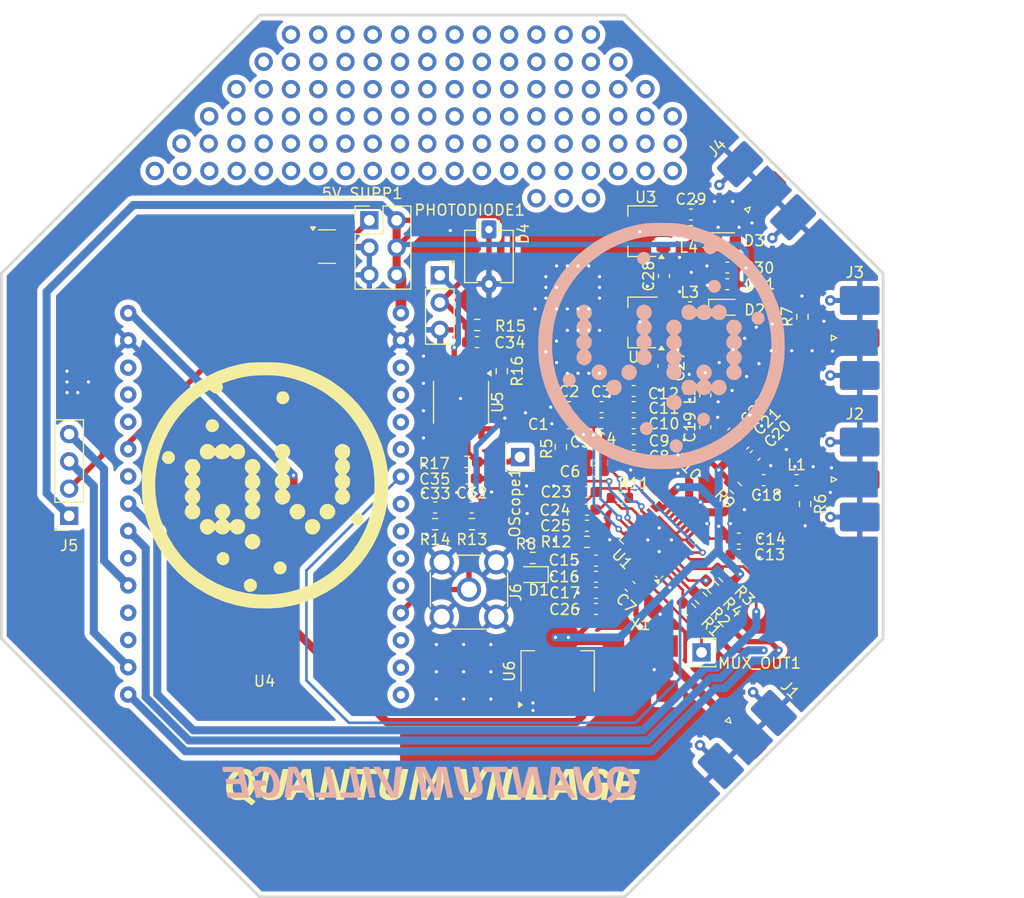
<source format=kicad_pcb>
(kicad_pcb (version 20241229) (generator "pcbnew") (generator_version "9.0")
  (layers (0 "F.Cu" signal) (2 "B.Cu" signal) (13 "F.Paste" user) (15 "B.Paste" user) (5 "F.SilkS" user "F.Silkscreen") (7 "B.SilkS" user "B.Silkscreen") (1 "F.Mask" user) (3 "B.Mask" user) (25 "Edge.Cuts" user))
  (net 0 "")
  (net 1 "GND")
  (net 2 "5V_SUPP")
  (net 3 "Net-(5V_SUPP1-Pin_1)")
  (net 4 "Net-(U1-VREF)")
  (net 5 "Net-(U1-VCOM)")
  (net 6 "Net-(U1-TEMP)")
  (net 7 "/REFIN")
  (net 8 "Net-(U1-REFIN)")
  (net 9 "AVDD")
  (net 10 "Net-(U1-RF_OUT_A+)")
  (net 11 "Net-(C18-Pad2)")
  (net 12 "Net-(U1-RF_OUT_A-)")
  (net 13 "Net-(C19-Pad2)")
  (net 14 "Net-(U1-CPout)")
  (net 15 "Net-(C23-Pad1)")
  (net 16 "Net-(U1-VTUNE)")
  (net 17 "Net-(C27-Pad2)")
  (net 18 "Net-(J2-In)")
  (net 19 "Net-(C28-Pad1)")
  (net 20 "Net-(C28-Pad2)")
  (net 21 "Net-(C29-Pad1)")
  (net 22 "Net-(J4-In)")
  (net 23 "/Microcontroller and Transimpedence Amp/FAKE_GND")
  (net 24 "/Microcontroller and Transimpedence Amp/PHOTO_DETECT")
  (net 25 "Net-(C34-Pad2)")
  (net 26 "Net-(U5B--)")
  (net 27 "Net-(D1-A)")
  (net 28 "Net-(D2-K)")
  (net 29 "Net-(D3-K)")
  (net 30 "Net-(J3-In)")
  (net 31 "MUXOUT")
  (net 32 "SPICLK")
  (net 33 "Net-(U1-CLK)")
  (net 34 "SPIDAT")
  (net 35 "Net-(U1-DATA)")
  (net 36 "SPICE")
  (net 37 "SPILE")
  (net 38 "Net-(U1-RSET)")
  (net 39 "Net-(U1-LD)")
  (net 50 "3V3")
  (net 63 "/Microcontroller and Transimpedence Amp/ADC_SIGNAL")
  (net 64 "/Microcontroller and Transimpedence Amp/I2C_SCK")
  (net 65 "/Microcontroller and Transimpedence Amp/I2C_SDA")
  (net 66 "/Microcontroller and Transimpedence Amp/LASER_CTRL")
  (footprint "Resistor_SMD:R_0603_1608Metric_Pad0.98x0.95mm_HandSolder" (layer "F.Cu") (at 124.5875 104.85 180)
    (property "Reference" "R14")
    (property "Value" "1k")
  )
  (footprint "Connector_PinHeader_2.54mm:PinHeader_1x01_P2.54mm_Vertical" (layer "F.Cu") (at 101.02 71.95)
    (property "Reference" "REF**85" (hide yes))
    (property "Value" "PinHeader_1x01_P2.54mm_Vertical" (hide yes))
  )
  (footprint "Capacitor_SMD:C_0603_1608Metric" (layer "F.Cu") (at 143.0825 96.95 180)
    (property "Reference" "C9")
    (property "Value" "100pF")
  )
  (footprint "Connector_PinSocket_2.54mm:PinSocket_1x01_P2.54mm_Vertical" (layer "F.Cu") (at 132.5 98.6 -90)
    (property "Reference" "OScope1")
    (property "Value" "OScope")
  )
  (footprint "Package_TO_SOT_SMD:SOT-23-3" (layer "F.Cu") (at 114.5125 79)
    (property "Reference" "Q1" (hide yes))
    (property "Value" "NPN")
  )
  (footprint "Connector_PinHeader_2.54mm:PinHeader_1x01_P2.54mm_Vertical" (layer "F.Cu") (at 128.94 64.33)
    (property "Reference" "REF**74" (hide yes))
    (property "Value" "PinHeader_1x01_P2.54mm_Vertical" (hide yes))
  )
  (footprint "Connector_PinHeader_2.54mm:PinHeader_1x01_P2.54mm_Vertical" (layer "F.Cu") (at 131.48 64.33)
    (property "Reference" "REF**75" (hide yes))
    (property "Value" "PinHeader_1x01_P2.54mm_Vertical" (hide yes))
  )
  (footprint "Resistor_SMD:R_0603_1608Metric" (layer "F.Cu") (at 152.583363 101.483363 135)
    (property "Reference" "R9")
    (property "Value" "50R")
  )
  (footprint "Connector_PinHeader_2.54mm:PinHeader_1x01_P2.54mm_Vertical" (layer "F.Cu") (at 144.18 66.87)
    (property "Reference" "REF**100" (hide yes))
    (property "Value" "PinHeader_1x01_P2.54mm_Vertical" (hide yes))
  )
  (footprint "Connector_PinHeader_2.54mm:PinHeader_1x01_P2.54mm_Vertical" (layer "F.Cu") (at 106.1 71.95)
    (property "Reference" "REF**87" (hide yes))
    (property "Value" "PinHeader_1x01_P2.54mm_Vertical" (hide yes))
  )
  (footprint "Connector_PinHeader_2.54mm:PinHeader_1x01_P2.54mm_Vertical" (layer "F.Cu") (at 113.7 66.87)
    (property "Reference" "REF**88" (hide yes))
    (property "Value" "PinHeader_1x01_P2.54mm_Vertical" (hide yes))
  )
  (footprint "Connector_PinHeader_2.54mm:PinHeader_1x01_P2.54mm_Vertical" (layer "F.Cu") (at 136.56 64.33)
    (property "Reference" "REF**77" (hide yes))
    (property "Value" "PinHeader_1x01_P2.54mm_Vertical" (hide yes))
  )
  (footprint "Connector_PinHeader_2.54mm:PinHeader_1x01_P2.54mm_Vertical" (layer "F.Cu") (at 100.96 69.4)
    (property "Reference" "REF**86" (hide yes))
    (property "Value" "PinHeader_1x01_P2.54mm_Vertical" (hide yes))
  )
  (footprint "Connector_PinSocket_2.54mm:PinSocket_1x03_P2.54mm_Vertical" (layer "F.Cu") (at 125.025 81.675)
    (property "Reference" "PHOTODIODE1")
    (property "Value" "Conn_01x03_Socket")
  )
  (footprint "Connector_PinHeader_2.54mm:PinHeader_1x01_P2.54mm_Vertical" (layer "F.Cu") (at 136.56 61.79)
    (property "Reference" "REF**57" (hide yes))
    (property "Value" "PinHeader_1x01_P2.54mm_Vertical" (hide yes))
  )
  (footprint "Resistor_SMD:R_0603_1608Metric" (layer "F.Cu") (at 138.725 106.5)
    (property "Reference" "R12")
    (property "Value" "360R")
  )
  (footprint "Package_TO_SOT_SMD:SOT-89-3" (layer "F.Cu") (at 143.9 86.0625 180)
    (property "Reference" "U2")
    (property "Value" "GALI-84")
  )
  (footprint "Diode_SMD:D_0603_1608Metric_Pad1.05x0.95mm_HandSolder" (layer "F.Cu") (at 151.675 78.45)
    (property "Reference" "D3")
    (property "Value" "D_Small")
  )
  (footprint "Connector_PinHeader_2.54mm:PinHeader_1x01_P2.54mm_Vertical" (layer "F.Cu") (at 111.16 66.87)
    (property "Reference" "REF**87" (hide yes))
    (property "Value" "PinHeader_1x01_P2.54mm_Vertical" (hide yes))
  )
  (footprint "Connector_PinHeader_2.54mm:PinHeader_1x01_P2.54mm_Vertical" (layer "F.Cu") (at 141.64 71.95)
    (property "Reference" "REF**139" (hide yes))
    (property "Value" "PinHeader_1x01_P2.54mm_Vertical" (hide yes))
  )
  (footprint "Connector_PinHeader_2.54mm:PinHeader_1x01_P2.54mm_Vertical" (layer "F.Cu") (at 136.56 71.95)
    (property "Reference" "REF**137" (hide yes))
    (property "Value" "PinHeader_1x01_P2.54mm_Vertical" (hide yes))
  )
  (footprint "Connector_PinHeader_2.54mm:PinHeader_1x01_P2.54mm_Vertical" (layer "F.Cu") (at 121.32 71.95)
    (property "Reference" "REF**131" (hide yes))
    (property "Value" "PinHeader_1x01_P2.54mm_Vertical" (hide yes))
  )
  (footprint "Capacitor_SMD:C_0603_1608Metric" (layer "F.Cu") (at 142.75 110.65 -45)
    (property "Reference" "C7")
    (property "Value" "10nF")
  )
  (footprint "Capacitor_SMD:C_0603_1608Metric" (layer "F.Cu") (at 138.725 103.5)
    (property "Reference" "C24")
    (property "Value" "100pF")
  )
  (footprint "Connector_PinHeader_2.54mm:PinHeader_1x01_P2.54mm_Vertical" (layer "F.Cu") (at 116.24 59.25)
    (property "Reference" "REF**29" (hide yes))
    (property "Value" "PinHeader_1x01_P2.54mm_Vertical" (hide yes))
  )
  (footprint "Connector_PinHeader_2.54mm:PinHeader_1x01_P2.54mm_Vertical" (layer "F.Cu") (at 134.02 59.25)
    (property "Reference" "REF**36" (hide yes))
    (property "Value" "PinHeader_1x01_P2.54mm_Vertical" (hide yes))
  )
  (footprint "Connector_PinHeader_2.54mm:PinHeader_1x01_P2.54mm_Vertical" (layer "F.Cu") (at 106.08 66.87)
    (property "Reference" "REF**85" (hide yes))
    (property "Value" "PinHeader_1x01_P2.54mm_Vertical" (hide yes))
  )
  (footprint "Capacitor_SMD:C_0603_1608Metric" (layer "F.Cu") (at 139.575 111.25)
    (property "Reference" "C17")
    (property "Value" "100nF")
  )
  (footprint "Connector_PinHeader_2.54mm:PinHeader_1x01_P2.54mm_Vertical" (layer "F.Cu") (at 116.24 69.41)
    (property "Reference" "REF**109" (hide yes))
    (property "Value" "PinHeader_1x01_P2.54mm_Vertical" (hide yes))
  )
  (footprint "Resistor_SMD:R_0603_1608Metric" (layer "F.Cu") (at 136.3 97.675 90)
    (property "Reference" "R5")
    (property "Value" "4.7kR")
  )
  (footprint "Connector_PinHeader_2.54mm:PinHeader_1x01_P2.54mm_Vertical" (layer "F.Cu") (at 131.48 61.79)
    (property "Reference" "REF**55" (hide yes))
    (property "Value" "PinHeader_1x01_P2.54mm_Vertical" (hide yes))
  )
  (footprint "Connector_PinHeader_2.54mm:PinHeader_1x01_P2.54mm_Vertical" (layer "F.Cu") (at 134.02 71.95)
    (property "Reference" "REF**136" (hide yes))
    (property "Value" "PinHeader_1x01_P2.54mm_Vertical" (hide yes))
  )
  (footprint "Inductor_SMD:L_0603_1608Metric" (layer "F.Cu") (at 148.4 77.55)
    (property "Reference" "L4")
    (property "Value" "470nH")
  )
  (footprint "Connector_PinHeader_2.54mm:PinHeader_1x01_P2.54mm_Vertical" (layer "F.Cu") (at 134.02 74.49)
    (property "Reference" "REF**156" (hide yes))
    (property "Value" "PinHeader_1x01_P2.54mm_Vertical" (hide yes))
  )
  (footprint "Resistor_SMD:R_0603_1608Metric_Pad0.98x0.95mm_HandSolder" (layer "F.Cu") (at 130.8 90.6 -90)
    (property "Reference" "R16")
    (property "Value" "1k")
  )
  (footprint "Connector_PinSocket_2.54mm:PinSocket_1x04_P2.54mm_Vertical" (layer "F.Cu") (at 90.5 104.08 180)
    (property "Reference" "J5")
    (property "Value" "OLED Screen Interface")
  )
  (footprint "Connector_PinHeader_2.54mm:PinHeader_1x01_P2.54mm_Vertical" (layer "F.Cu") (at 139.1 71.95)
    (property "Reference" "REF**138" (hide yes))
    (property "Value" "PinHeader_1x01_P2.54mm_Vertical" (hide yes))
  )
  (footprint "Connector_PinHeader_2.54mm:PinHeader_1x01_P2.54mm_Vertical" (layer "F.Cu") (at 131.48 66.87)
    (property "Reference" "REF**95" (hide yes))
    (property "Value" "PinHeader_1x01_P2.54mm_Vertical" (hide yes))
  )
  (footprint "Capacitor_SMD:C_0603_1608Metric" (layer "F.Cu") (at 139.575 112.75)
    (property "Reference" "C26")
    (property "Value" "100nF")
  )
  (footprint "Inductor_SMD:L_0603_1608Metric" (layer "F.Cu") (at 158.25 100.75)
    (property "Reference" "L1")
    (property "Value" "1.9nH")
  )
  (footprint "Connector_PinHeader_2.54mm:PinHeader_2x03_P2.54mm_Vertical" (layer "F.Cu") (at 118.46 76.55)
    (property "Reference" "5V_SUPP1")
    (property "Value" "Conn_02x03_Odd_Even")
  )
  (footprint "Capacitor_SMD:C_0603_1608Metric" (layer "F.Cu") (at 153.348008 97.401992 45)
    (property "Reference" "C21")
    (property "Value" "10pF")
  )
  (footprint "Connector_PinHeader_2.54mm:PinHeader_1x01_P2.54mm_Vertical" (layer "F.Cu") (at 136.56 66.87)
    (property "Reference" "REF**97" (hide yes))
    (property "Value" "PinHeader_1x01_P2.54mm_Vertical" (hide yes))
  )
  (footprint "Capacitor_SMD:C_0603_1608Metric" (layer "F.Cu") (at 140.075 93.95)
    (property "Reference" "C3")
    (property "Value" "100nF")
  )
  (footprint "Resistor_SMD:R_0603_1608Metric_Pad0.98x0.95mm_HandSolder" (layer "F.Cu") (at 128.5125 86.3)
    (property "Reference" "R15")
    (property "Value" "1M")
  )
  (footprint "Resistor_SMD:R_0603_1608Metric" (layer "F.Cu") (at 149.116637 98.516637 135)
    (property "Reference" "R10")
    (property "Value" "50R")
  )
  (footprint "Connector_PinHeader_2.54mm:PinHeader_1x01_P2.54mm_Vertical" (layer "F.Cu") (at 103.56 71.95)
    (property "Reference" "REF**86" (hide yes))
    (property "Value" "PinHeader_1x01_P2.54mm_Vertical" (hide yes))
  )
  (footprint "Connector_PinHeader_2.54mm:PinHeader_1x01_P2.54mm_Vertical" (layer "F.Cu") (at 128.94 71.95)
    (property "Reference" "REF**134" (hide yes))
    (property "Value" "PinHeader_1x01_P2.54mm_Vertical" (hide yes))
  )
  (footprint "Connector_PinHeader_2.54mm:PinHeader_1x01_P2.54mm_Vertical" (layer "F.Cu") (at 139.1 61.79)
    (property "Reference" "REF**58" (hide yes))
    (property "Value" "PinHeader_1x01_P2.54mm_Vertical" (hide yes))
  )
  (footprint "Capacitor_SMD:C_0603_1608Metric" (layer "F.Cu") (at 152.298008 96.351992 45)
    (property "Reference" "C22")
    (property "Value" "100nF")
  )
  (footprint "Capacitor_SMD:C_0603_1608Metric" (layer "F.Cu") (at 151.8 80.95)
    (property "Reference" "C30")
    (property "Value" "10nF")
  )
  (footprint "Connector_PinHeader_2.54mm:PinHeader_1x01_P2.54mm_Vertical" (layer "F.Cu") (at 108.62 64.33)
    (property "Reference" "REF**66" (hide yes))
    (property "Value" "PinHeader_1x01_P2.54mm_Vertical" (hide yes))
  )
  (footprint "Package_TO_SOT_SMD:SOT-223-3_TabPin2" (layer "F.Cu") (at 136 118.55 90)
    (property "Reference" "U6")
    (property "Value" "LM1117MP-3.3")
  )
  (footprint "Capacitor_SMD:C_0603_1608Metric" (layer "F.Cu") (at 139.575 109.75)
    (property "Reference" "C16")
    (property "Value" "100pF")
  )
  (footprint "Connector_PinHeader_2.54mm:PinHeader_1x01_P2.54mm_Vertical" (layer "F.Cu") (at 121.32 59.25)
    (property "Reference" "REF**31" (hide yes))
    (property "Value" "PinHeader_1x01_P2.54mm_Vertical" (hide yes))
  )
  (footprint "Connector_PinHeader_2.54mm:PinHeader_1x01_P2.54mm_Vertical" (layer "F.Cu") (at 126.4 59.25)
    (property "Reference" "REF**33" (hide yes))
    (property "Value" "PinHeader_1x01_P2.54mm_Vertical" (hide yes))
  )
  (footprint "Connector_PinHeader_2.54mm:PinHeader_1x01_P2.54mm_Vertical" (layer "F.Cu") (at 141.64 66.87)
    (property "Reference" "REF**99" (hide yes))
    (property "Value" "PinHeader_1x01_P2.54mm_Vertical" (hide yes))
  )
  (footprint "Capacitor_SMD:C_0603_1608Metric" (layer "F.Cu") (at 149.75 95.8175 90)
    (property "Reference" "C19")
    (property "Value" "1nF")
  )
  (footprint "Capacitor_SMD:C_0603_1608Metric" (layer "F.Cu") (at 152.875 106.2 180)
    (property "Reference" "C14")
    (property "Value" "100pF")
  )
  (footprint "Connector_PinHeader_2.54mm:PinHeader_1x01_P2.54mm_Vertical" (layer "F.Cu") (at 111.16 69.4)
    (property "Reference" "REF**86" (hide yes))
    (property "Value" "PinHeader_1x01_P2.54mm_Vertical" (hide yes))
  )
  (footprint "Connector_PinHeader_2.54mm:PinHeader_1x01_P2.54mm_Vertical" (layer "F.Cu") (at 118.78 71.95)
    (property "Reference" "REF**130" (hide yes))
    (property "Value" "PinHeader_1x01_P2.54mm_Vertical" (hide yes))
  )
  (footprint "Connector_PinHeader_2.54mm:PinHeader_1x01_P2.54mm_Vertical" (layer "F.Cu") (at 103.54 66.87)
    (property "Reference" "REF**84" (hide yes))
    (property "Value" "PinHeader_1x01_P2.54mm_Vertical" (hide yes))
  )
  (footprint "Connector_PinHeader_2.54mm:PinHeader_1x01_P2.54mm_Vertical" (layer "F.Cu") (at 136.56 69.41)
    (property "Reference" "REF**117" (hide yes))
    (property "Value" "PinHeader_1x01_P2.54mm_Vertical" (hide yes))
  )
  (footprint "Connector_PinHeader_2.54mm:PinHeader_1x01_P2.54mm_Vertical" (layer "F.Cu") (at 141.64 61.79)
    (property "Reference" "REF**59" (hide yes))
    (property "Value" "PinHeader_1x01_P2.54mm_Vertical" (hide yes))
  )
  (footprint "OptoDevice:Osram_DIL2_4.3x4.65mm_P5.08mm" (layer "F.Cu") (at 129.6 77.4 -90)
    (property "Reference" "D4")
    (property "Value" "BPW34")
  )
  (footprint "Connector_PinHeader_2.54mm:PinHeader_1x01_P2.54mm_Vertical" (layer "F.Cu") (at 131.48 59.25)
    (property "Reference" "REF**35" (hide yes))
    (property "Value" "PinHeader_1x01_P2.54mm_Vertical" (hide yes))
  )
  (footprint "Connector_PinHeader_2.54mm:PinHeader_1x01_P2.54mm_Vertical" (layer "F.Cu") (at 126.4 66.87)
    (property "Reference" "REF**93" (hide yes))
    (property "Value" "PinHeader_1x01_P2.54mm_Vertical" (hide yes))
  )
  (footprint "Package_SO:SOIC-8_3.9x4.9mm_P1.27mm" (layer "F.Cu") (at 127 93.5 -90)
    (property "Reference" "U5")
    (property "Value" "TL082")
  )
  (footprint "Connector_PinHeader_2.54mm:PinHeader_1x01_P2.54mm_Vertical" (layer "F.Cu") (at 128.94 59.25)
    (property "Reference" "REF**34" (hide yes))
    (property "Value" "PinHeader_1x01_P2.54mm_Vertical" (hide yes))
  )
  (footprint "Resistor_SMD:R_0603_1608Metric_Pad0.98x0.95mm_HandSolder" (layer "F.Cu") (at 148.3 112.8 135)
    (property "Reference" "R1")
    (property "Value" "100R")
  )
  (footprint "Connector_PinHeader_2.54mm:PinHeader_1x01_P2.54mm_Vertical" (layer "F.Cu") (at 131.48 69.41)
    (property "Reference" "REF**115" (hide yes))
    (property "Value" "PinHeader_1x01_P2.54mm_Vertical" (hide yes))
  )
  (footprint "Capacitor_SMD:C_0603_1608Metric" (layer "F.Cu") (at 143.075 92.45 180)
    (property "Reference" "C12")
    (property "Value" "100pF")
  )
  (footprint "Capacitor_SMD:C_0603_1608Metric_Pad1.08x0.95mm_HandSolder" (layer "F.Cu") (at 128.4875 87.9)
    (property "Reference" "C34")
    (property "Value" "33")
  )
  (footprint "Inductor_SMD:L_0603_1608Metric" (layer "F.Cu") (at 149.75 92.8375 90)
    (property "Reference" "L2")
    (property "Value" "1.9nH")
  )
  (footprint "Connector_PinHeader_2.54mm:PinHeader_1x01_P2.54mm_Vertical" (layer "F.Cu") (at 123.86 61.79)
    (property "Reference" "REF**52" (hide yes))
    (property "Value" "PinHeader_1x01_P2.54mm_Vertical" (hide yes))
  )
  (footprint "Connector_PinHeader_2.54mm:PinHeader_1x01_P2.54mm_Vertical" (layer "F.Cu") (at 141.64 69.41)
    (property "Reference" "REF**119" (hide yes))
    (property "Value" "PinHeader_1x01_P2.54mm_Vertical" (hide yes))
  )
  (footprint "Capacitor_SMD:C_0603_1608Metric" (layer "F.Cu") (at 152.875 107.7)
    (property "Reference" "C13")
    (property "Value" "100nF")
  )
  (footprint "Connector_Coaxial:SMA_Molex_73251-2120_EdgeMount_Horizontal" (layer "F.Cu") (at 155.641143 73.619716 45)
    (property "Reference" "J4")
    (property "Value" "RFOUT_DIAMOND")
  )
  (footprint "Resistor_SMD:R_0603_1608Metric_Pad0.98x0.95mm_HandSolder" (layer "F.Cu") (at 150.454765 110.75 135)
    (property "Reference" "R4")
    (property "Value" "10KR")
  )
  (footprint "Capacitor_SMD:C_0603_1608Metric_Pad1.08x0.95mm_HandSolder" (layer "F.Cu") (at 127.5875 100.6)
    (property "Reference" "C35")
    (property "Value" "104")
  )
  (footprint "Connector_PinHeader_2.54mm:PinHeader_1x01_P2.54mm_Vertical" (layer "F.Cu") (at 141.64 64.33)
    (property "Reference" "REF**79" (hide yes))
    (property "Value" "PinHeader_1x01_P2.54mm_Vertical" (hide yes))
  )
  (footprint "Connector_PinHeader_2.54mm:PinHeader_1x01_P2.54mm_Vertical" (layer "F.Cu") (at 111.16 61.79)
    (property "Reference" "REF**47" (hide yes))
    (property "Value" "PinHeader_1x01_P2.54mm_Vertical" (hide yes))
  )
  (footprint "Connector_PinHeader_2.54mm:PinHeader_1x01_P2.54mm_Vertical" (layer "F.Cu") (at 121.32 64.33)
    (property "Reference" "REF**71" (hide yes))
    (property "Value" "PinHeader_1x01_P2.54mm_Vertical" (hide yes))
  )
  (footprint "LOGO" (layer "F.Cu") (at 124.5 129)
    (property "Reference" "G***" (hide yes))
    (property "Value" "LOGO" (hide yes))
  )
  (footprint "Connector_PinHeader_2.54mm:PinHeader_1x01_P2.54mm_Vertical" (layer "F.Cu") (at 144.18 64.33)
    (property "Reference" "REF**80" (hide yes))
    (property "Value" "PinHeader_1x01_P2.54mm_Vertical" (hide yes))
  )
  (footprint "Connector_PinHeader_2.54mm:PinHeader_1x01_P2.54mm_Vertical" (layer "F.Cu") (at 123.86 66.87)
    (property "Reference" "REF**92" (hide yes))
    (property "Value" "PinHeader_1x01_P2.54mm_Vertical" (hide yes))
  )
  (footprint "Connector_PinHeader_2.54mm:PinHeader_1x01_P2.54mm_Vertical" (layer "F.Cu") (at 113.7 59.25)
    (property "Reference" "REF**28" (hide yes))
    (property "Value" "PinHeader_1x01_P2.54mm_Vertical" (hide yes))
  )
  (footprint "Connector_PinHeader_2.54mm:PinHeader_1x01_P2.54mm_Vertical" (layer "F.Cu") (at 123.86 69.41)
    (property "Reference" "REF**112" (hide yes))
    (property "Value" "PinHeader_1x01_P2.54mm_Vertical" (hide yes))
  )
  (footprint "Connector_PinHeader_2.54mm:PinHeader_1x01_P2.54mm_Vertical" (layer "F.Cu") (at 126.4 71.95)
    (property "Reference" "REF**133" (hide yes))
    (property "Value" "PinHeader_1x01_P2.54mm_Vertical" (hide yes))
  )
  (footprint "Connector_Coaxial:SMA_Molex_73251-2120_EdgeMount_Horizontal" (layer "F.Cu") (at 153.841143 125.080284 -45)
    (property "Reference" "J1")
    (property "Value" "RFIN_Coax_Sml")
  )
  (footprint "Connector_PinHeader_2.54mm:PinHeader_1x01_P2.54mm_Vertical" (layer "F.Cu") (at 139.1 74.49)
    (property "Reference" "REF**158" (hide yes))
    (property "Value" "PinHeader_1x01_P2.54mm_Vertical" (hide yes))
  )
  (footprint "Connector_PinHeader_2.54mm:PinHeader_1x01_P2.54mm_Vertical" (layer "F.Cu") (at 126.4 69.41)
    (property "Reference" "REF**113" (hide yes))
    (property "Value" "PinHeader_1x01_P2.54mm_Vertical" (hide yes))
  )
  (footprint "Connector_PinSocket_2.54mm:PinSocket_1x01_P2.54mm_Vertical" (layer "F.Cu") (at 149.4 116.8)
    (property "Reference" "MUX_OUT1")
    (property "Value" "MUXOut")
  )
  (footprint "Connector_PinHeader_2.54mm:PinHeader_1x01_P2.54mm_Vertical" (layer "F.Cu") (at 118.78 66.87)
    (property "Reference" "REF**90" (hide yes))
    (property "Value" "PinHeader_1x01_P2.54mm_Vertical" (hide yes))
  )
  (footprint "Capacitor_SMD:C_0603_1608Metric" (layer "F.Cu") (at 151.8 82.5)
    (property "Reference" "C31")
    (property "Value" "1nF")
  )
  (footprint "Connector_PinHeader_2.54mm:PinHeader_1x01_P2.54mm_Vertical" (layer "F.Cu") (at 126.4 61.79)
    (property "Reference" "REF**53" (hide yes))
    (property "Value" "PinHeader_1x01_P2.54mm_Vertical" (hide yes))
  )
  (footprint "Connector_PinHeader_2.54mm:PinHeader_1x01_P2.54mm_Vertical" (layer "F.Cu") (at 139.1 59.25)
    (property "Reference" "REF**38" (hide yes))
    (property "Value" "PinHeader_1x01_P2.54mm_Vertical" (hide yes))
  )
  (footprint "Package_TO_SOT_SMD:SOT-89-3" (layer "F.Cu") (at 143.9 77.5625 180)
    (property "Reference" "U3")
    (property "Value" "GALI-84")
  )
  (footprint "Connector_PinHeader_2.54mm:PinHeader_1x01_P2.54mm_Vertical" (layer "F.Cu") (at 113.7 64.33)
    (property "Reference" "REF**68" (hide yes))
    (property "Value" "PinHeader_1x01_P2.54mm_Vertical" (hide yes))
  )
  (footprint "Connector_PinHeader_2.54mm:PinHeader_1x01_P2.54mm_Vertical" (layer "F.Cu") (at 118.78 59.25)
    (property "Reference" "REF**30" (hide yes))
    (property "Value" "PinHeader_1x01_P2.54mm_Vertical" (hide yes))
  )
  (footprint "Resistor_SMD:R_0603_1608Metric_Pad0.98x0.95mm_HandSolder" (layer "F.Cu") (at 127.5875 99.05)
    (property "Reference" "R17")
    (property "Value" "47k")
  )
  (footprint "Connector_PinHeader_2.54mm:PinHeader_1x01_P2.54mm_Vertical" (layer "F.Cu") (at 146.72 71.95)
    (property "Reference" "REF**141" (hide yes))
    (property "Value" "PinHeader_1x01_P2.54mm_Vertical" (hide yes))
  )
  (footprint "Capacitor_SMD:C_0603_1608Metric" (layer "F.Cu") (at 154.398008 98.451992 45)
    (property "Reference" "C20")
    (property "Value" "100pF")
  )
  (footprint "Connector_PinHeader_2.54mm:PinHeader_1x01_P2.54mm_Vertical" (layer "F.Cu") (at 136.56 74.49)
    (property "Reference" "REF**157" (hide yes))
    (property "Value" "PinHeader_1x01_P2.54mm_Vertical" (hide yes))
  )
  (footprint "Connector_PinHeader_2.54mm:PinHeader_1x01_P2.54mm_Vertical" (layer "F.Cu") (at 121.32 61.79)
    (property "Reference" "REF**51" (hide yes))
    (property "Value" "PinHeader_1x01_P2.54mm_Vertical" (hide yes))
  )
  (footprint "Resistor_SMD:R_0603_1608Metric_Pad0.98x0.95mm_HandSolder" (layer "F.Cu") (at 151.554765 109.654765 135)
    (property "Reference" "R3")
    (property "Value" "10KR")
  )
  (footprint "Capacitor_SMD:C_0603_1608Metric_Pad1.08x0.95mm_HandSolder" (layer "F.Cu") (at 124.5875 103.3 180)
    (property "Reference" "C33")
    (property "Value" "100nF")
  )
  (footprint "Capacitor_SMD:C_0603_1608Metric" (layer "F.Cu") (at 140.075 95.45)
    (property "Reference" "C4")
    (property "Value" "100pF")
  )
  (footprint "ESP32-board-dg:ESP32-DOIT-DEVKIT1" (layer "F.Cu") (at 108.7 123.29 180)
    (property "Reference" "U4")
    (property "Value" "DOIT-ESP32-DEVKIT-V2-30pin")
  )
  (footprint "Connector_PinHeader_2.54mm:PinHeader_1x01_P2.54mm_Vertical" (layer "F.Cu") (at 111.17 71.95)
    (property "Reference" "REF**85" (hide yes))
    (property "Value" "PinHeader_1x01_P2.54mm_Vertical" (hide yes))
  )
  (footprint "Connector_PinHeader_2.54mm:PinHeader_1x01_P2.54mm_Vertical" (layer "F.Cu") (at 116.24 64.33)
    (property "Reference" "REF**69" (hide yes))
    (property "Value" "PinHeader_1x01_P2.54mm_Vertical" (hide yes))
  )
  (footprint "Capacitor_SMD:C_0603_1608Metric" (layer "F.Cu") (at 145.85 90.125 90)
    (property "Reference" "C27")
    (property "Value" "1nF")
  )
  (footprint "Connector_PinHeader_2.54mm:PinHeader_1x01_P2.54mm_Vertical" (layer "F.Cu") (at 113.71 71.95)
    (property "Reference" "REF**86" (hide yes))
    (property "Value" "PinHeader_1x01_P2.54mm_Vertical" (hide yes))
  )
  (footprint "Resistor_SMD:R_0603_1608Metric" (layer "F.Cu") (at 158.8 85.525 90)
    (property "Reference" "R7")
    (property "Value" "50R")
  )
  (footprint "Connector_PinHeader_2.54mm:PinHeader_1x01_P2.54mm_Vertical" (layer "F.Cu") (at 134.02 64.33)
    (property "Reference" "REF**76" (hide yes))
    (property "Value" "PinHeader_1x01_P2.54mm_Vertical" (hide yes))
  )
  (footprint "Connector_PinHeader_2.54mm:PinHeader_1x01_P2.54mm_Vertical" (layer "F.Cu") (at 146.72 66.87)
    (property "Reference" "REF**101" (hide yes))
    (property "Value" "PinHeader_1x01_P2.54mm_Vertical" (hide yes))
  )
  (footprint "Capacitor_SMD:C_0603_1608Metric" (layer "F.Cu") (at 143.075 95.45 180)
    (property "Reference" "C10")
    (property "Value" "100pF")
  )
  (footprint "Connector_PinHeader_2.54mm:PinHeader_1x01_P2.54mm_Vertical" (layer "F.Cu") (at 108.62 66.87)
    (property "Reference" "REF**86" (hide yes))
    (property "Value" "PinHeader_1x01_P2.54mm_Vertical" (hide yes))
  )
  (footprint "Connector_Coaxial:SMA_Molex_73251-2120_EdgeMount_Horizontal" (layer "F.Cu") (at 164.385 87.5075)
    (property "Reference" "J3")
    (property "Value" "RFOUT_A-")
  )
  (footprint "LOGO" (layer "F.Cu") (at 108.75 101.25)
    (property "Reference" "G***" (hide yes))
    (property "Value" "LOGO" (hide yes))
  )
  (footprint "Connector_PinHeader_2.54mm:PinHeader_1x01_P2.54mm_Vertical" (layer "F.Cu") (at 108.62 61.79)
    (property "Reference" "REF**46" (hide yes))
    (property "Value" "PinHeader_1x01_P2.54mm_Vertical" (hide yes))
  )
  (footprint "Connector_PinHeader_2.54mm:PinHeader_1x01_P2.54mm_Vertical" (layer "F.Cu") (at 121.32 66.87)
    (property "Reference" "REF**91" (hide yes))
    (property "Value" "PinHeader_1x01_P2.54mm_Vertical" (hide yes))
  )
  (footprint "Connector_PinHeader_2.54mm:PinHeader_1x01_P2.54mm_Vertical" (layer "F.Cu") (at 121.32 69.41)
    (property "Reference" "REF**111" (hide yes))
    (property "Value" "PinHeader_1x01_P2.54mm_Vertical" (hide yes))
  )
  (footprint "Capacitor_SMD:C_0603_1608Metric" (layer "F.Cu") (at 137.05 95.45 180)
    (property "Reference" "C1")
    (property "Value" "100pF")
  )
  (footprint "Connector_PinHeader_2.54mm:PinHeader_1x01_P2.54mm_Vertical" (layer "F.Cu") (at 139.1 69.41)
    (property "Reference" "REF**118" (hide yes))
    (property "Value" "PinHeader_1x01_P2.54mm_Vertical" (hide yes))
  )
  (footprint "Connector_PinHeader_2.54mm:PinHeader_1x01_P2.54mm_Vertical" (layer "F.Cu") (at 118.78 64.33)
    (property "Reference" "REF**70" (hide yes))
    (property "Value" "PinHeader_1x01_P2.54mm_Vertical" (hide yes))
  )
  (footprint "Capacitor_SMD:C_0603_1608Metric" (layer "F.Cu") (at 139.575 98.4 180)
    (property "Reference" "C5")
    (property "Value" "100nF")
  )
  (footprint "Capacitor_SMD:C_0603_1608Metric" (layer "F.Cu") (at 155.1825 100.75)
    (property "Reference" "C18")
    (property "Value" "1nF")
  )
  (footprint "Connector_PinHeader_2.54mm:PinHeader_1x01_P2.54mm_Vertical" (layer "F.Cu") (at 128.94 66.87)
    (property "Reference" "REF**94" (hide yes))
    (property "Value" "PinHeader_1x01_P2.54mm_Vertical" (hide yes))
  )
  (footprint "Connector_PinHeader_2.54mm:PinHeader_1x01_P2.54mm_Vertical" (layer "F.Cu") (at 136.56 59.25)
    (property "Reference" "REF**37" (hide yes))
    (property "Value" "PinHeader_1x01_P2.54mm_Vertical" (hide yes))
  )
  (footprint "Connector_PinHeader_2.54mm:PinHeader_1x01_P2.54mm_Vertical" (layer "F.Cu") (at 134.02 61.79)
    (property "Reference" "REF**56" (hide yes))
    (property "Value" "PinHeader_1x01_P2.54mm_Vertical" (hide yes))
  )
  (footprint "Capacitor_SMD:C_0603_1608Metric" (layer "F.Cu") (at 137.05 93.95 180)
    (property "Reference" "C2")
    (property "Value" "100nF")
  )
  (footprint "Connector_PinHeader_2.54mm:PinHeader_1x01_P2.54mm_Vertical" (layer "F.Cu") (at 123.86 59.25)
    (property "Reference" "REF**32" (hide yes))
    (property "Value" "PinHeader_1x01_P2.54mm_Vertical" (hide yes))
  )
  (footprint "Connector_Coaxial:SMA_Molex_73251-2200_Horizontal" (layer "F.Cu") (at 127.74 110.94 180)
    (property "Reference" "J6")
    (property "Value" "ADC_SIGNAL")
  )
  (footprint "Oscillator:Oscillator_SMD_EuroQuartz_XO91-4Pin_7.0x5.0mm" (layer "F.Cu") (at 143.7 118.3)
    (property "Reference" "X1")
    (property "Value" "10MHZ")
  )
  (footprint "Capacitor_SMD:C_0603_1608Metric" (layer "F.Cu") (at 139.55 99.9 180)
    (property "Reference" "C6")
    (property "Value" "100pF")
  )
  (footprint "Connector_PinHeader_2.54mm:PinHeader_1x01_P2.54mm_Vertical" (layer "F.Cu") (at 106.08 64.33)
    (property "Reference" "REF**65" (hide yes))
    (property "Value" "PinHeader_1x01_P2.54mm_Vertical" (hide yes))
  )
  (footprint "Connector_PinHeader_2.54mm:PinHeader_1x01_P2.54mm_Vertical" (layer "F.Cu") (at 113.7 61.79)
    (property "Reference" "REF**48" (hide yes))
    (property "Value" "PinHeader_1x01_P2.54mm_Vertical" (hide yes))
  )
  (footprint "Connector_PinHeader_2.54mm:PinHeader_1x01_P2.54mm_Vertical" (layer "F.Cu") (at 116.24 61.79)
    (property "Reference" "REF**49" (hide yes))
    (property "Value" "PinHeader_1x01_P2.54mm_Vertical" (hide yes))
  )
  (footprint "Capacitor_SMD:C_0603_1608Metric_Pad1.08x0.95mm_HandSolder" (layer "F.Cu") (at 128 103.3 180)
    (property "Reference" "C32")
    (property "Value" "100nF")
  )
  (footprint "Connector_PinHeader_2.54mm:PinHeader_1x01_P2.54mm_Vertical" (layer "F.Cu") (at 111.16 59.25)
    (property "Reference" "REF**27" (hide yes))
    (property "Value" "PinHeader_1x01_P2.54mm_Vertical" (hide yes))
  )
  (footprint "Connector_PinHeader_2.54mm:PinHeader_1x01_P2.54mm_Vertical" (layer "F.Cu") (at 111.16 64.33)
    (property "Reference" "REF**67" (hide yes))
    (property "Value" "PinHeader_1x01_P2.54mm_Vertical" (hide yes))
  )
  (footprint "Resistor_SMD:R_0603_1608Metric_Pad0.98x0.95mm_HandSolder" (layer "F.Cu") (at 149.354765 111.754765 135)
    (property "Reference" "R2")
    (property "Value" "100R")
  )
  (footprint "Connector_PinHeader_2.54mm:PinHeader_1x01_P2.54mm_Vertical" (layer "F.Cu") (at 123.86 64.33)
    (property "Reference" "REF**72" (hide yes))
    (property "Value" "PinHeader_1x01_P2.54mm_Vertical" (hide yes))
  )
  (footprint "Connector_PinHeader_2.54mm:PinHeader_1x01_P2.54mm_Vertical" (layer "F.Cu") (at 134.02 66.87)
    (property "Reference" "REF**96" (hide yes))
    (property "Value" "PinHeader_1x01_P2.54mm_Vertical" (hide yes))
  )
  (footprint "Connector_PinHeader_2.54mm:PinHeader_1x01_P2.54mm_Vertical" (layer "F.Cu") (at 126.4 64.33)
    (property "Reference" "REF**73" (hide yes))
    (property "Value" "PinHeader_1x01_P2.54mm_Vertical" (hide yes))
  )
  (footprint "Connector_PinHeader_2.54mm:PinHeader_1x01_P2.54mm_Vertical" (layer "F.Cu") (at 123.86 71.95)
    (property "Reference" "REF**132" (hide yes))
    (property "Value" "PinHeader_1x01_P2.54mm_Vertical" (hide yes))
  )
  (footprint "Capacitor_SMD:C_0603_1608Metric" (layer "F.Cu") (at 138.725 105 180)
    (property "Reference" "C25")
    (property "Value" "100pF")
  )
  (footprint "Connector_PinHeader_2.54mm:PinHeader_1x01_P2.54mm_Vertical" (layer "F.Cu") (at 146.72 69.41)
    (property "Reference" "REF**121" (hide yes))
    (property "Value" "PinHeader_1x01_P2.54mm_Vertical" (hide yes))
  )
  (footprint "Connector_PinHeader_2.54mm:PinHeader_1x01_P2.54mm_Vertical" (layer "F.Cu") (at 118.78 69.41)
    (property "Reference" "REF**110" (hide yes))
    (property "Value" "PinHeader_1x01_P2.54mm_Vertical" (hide yes))
  )
  (footprint "Resistor_SMD:R_0603_1608Metric" (layer "F.Cu") (at 133.675 108 180)
    (property "Reference" "R8")
    (property "Value" "100R")
  )
  (footprint "Capacitor_SMD:C_0603_1608Metric" (layer "F.Cu") (at 139.5675 108.25)
    (property "Reference" "C15")
    (property "Value" "100nF")
  )
  (footprint "Inductor_SMD:L_0603_1608Metric" (layer "F.Cu") (at 148.3375 84.65)
    (property "Reference" "L3")
    (property "Value" "470nH")
  )
  (footprint "Capacitor_SMD:C_0603_1608Metric" (layer "F.Cu") (at 145.9 81.745 90)
    (property "Reference" "C28")
    (property "Value" "1nF")
  )
  (footprint "Connector_PinHeader_2.54mm:PinHeader_1x01_P2.54mm_Vertical" (layer "F.Cu") (at 144.18 71.95)
    (property "Reference" "REF**140" (hide yes))
    (property "Value" "PinHeader_1x01_P2.54mm_Vertical" (hide yes))
  )
  (footprint "Capacitor_SMD:C_0603_1608Metric" (layer "F.Cu") (at 138.75 101.85)
    (property "Reference" "C23")
    (property "Value" "100pF")
  )
  (footprint "Diode_SMD:D_0603_1608Metric_Pad1.05x0.95mm_HandSolder" (layer "F.Cu") (at 151.725 84.65)
    (property "Reference" "D2")
    (property "Value" "D_Small")
  )
  (footprint "Connector_PinHeader_2.54mm:PinHeader_1x01_P2.54mm_Vertical" (layer "F.Cu") (at 139.1 66.87)
    (property "Reference" "REF**98" (hide yes))
    (property "Value" "PinHeader_1x01_P2.54mm_Vertical" (hide yes))
  )
  (footprint "Connector_PinHeader_2.54mm:PinHeader_1x01_P2.54mm_Vertical" (layer "F.Cu") (at 98.48 71.95)
    (property "Reference" "REF**84" (hide yes))
    (property "Value" "PinHeader_1x01_P2.54mm_Vertical" (hide yes))
  )
  (footprint "Resistor_SMD:R_0603_1608Metric_Pad0.98x0.95mm_HandSolder" (layer "F.Cu") (at 128.0125 104.85 180)
    (property "Reference" "R13")
    (property "Value" "1k")
  )
  (footprint "Connector_PinHeader_2.54mm:PinHeader_1x01_P2.54mm_Vertical" (layer "F.Cu") (at 139.1 64.33)
    (property "Reference" "REF**78" (hide yes))
    (property "Value" "PinHeader_1x01_P2.54mm_Vertical" (hide yes))
  )
  (footprint "Package_CSP:LFCSP-32-1EP_5x5mm_P0.5mm_EP3.25x3.25mm" (layer "F.Cu") (at 145.459619 106.315507 135)
    (property "Reference" "U1")
    (property "Value" "ADF4351")
  )
  (footprint "Connector_Coaxial:SMA_Molex_73251-2120_EdgeMount_Horizontal" (layer "F.Cu") (at 164.385 100.6925)
    (property "Reference" "J2")
    (property "Value" "RFOUT_A+")
  )
  (footprint "Connector_PinHeader_2.54mm:PinHeader_1x01_P2.54mm_Vertical" (layer "F.Cu") (at 108.63 71.95)
    (property "Reference" "REF**84" (hide yes))
    (property "Value" "PinHeader_1x01_P2.54mm_Vertical" (hide yes))
  )
  (footprint "Connector_PinHeader_2.54mm:PinHeader_1x01_P2.54mm_Vertical" (layer "F.Cu") (at 106.08 69.4)
    (property "Reference" "REF**84" (hide yes))
    (property "Value" "PinHeader_1x01_P2.54mm_Vertical" (hide yes))
  )
  (footprint "Connector_PinHeader_2.54mm:PinHeader_1x01_P2.54mm_Vertical" (layer "F.Cu") (at 103.5 69.4)
    (property "Reference" "REF**87" (hide yes))
    (property "Value" "PinHeader_1x01_P2.54mm_Vertical" (hide yes))
  )
  (footprint "Connector_PinHeader_2.54mm:PinHeader_1x01_P2.54mm_Vertical" (layer "F.Cu") (at 131.48 71.95)
    (property "Reference" "REF**135" (hide yes))
    (property "Value" "PinHeader_1x01_P2.54mm_Vertical" (hide yes))
  )
  (footprint "Connector_PinHeader_2.54mm:PinHeader_1x01_P2.54mm_Vertical" (layer "F.Cu") (at 128.94 61.79)
    (property "Reference" "REF**54" (hide yes))
    (property "Value" "PinHeader_1x01_P2.54mm_Vertical" (hide yes))
  )
  (footprint "Connector_PinHeader_2.54mm:PinHeader_1x01_P2.54mm_Vertical" (layer "F.Cu") (at 118.78 61.79)
    (property "Reference" "REF**50" (hide yes))
    (property "Value" "PinHeader_1x01_P2.54mm_Vertical" (hide yes))
  )
  (footprint "Connector_PinHeader_2.54mm:PinHeader_1x01_P2.54mm_Vertical" (layer "F.Cu") (at 116.25 71.95)
    (property "Reference" "REF**87" (hide yes))
    (property "Value" "PinHeader_1x01_P2.54mm_Vertical" (hide yes))
  )
  (footprint "Resistor_SMD:R_0603_1608Metric" (layer "F.Cu") (at 159.05 102.975 -90)
    (property "Reference" "R6")
    (property "Value" "50R")
  )
  (footprint "Capacitor_SMD:C_0603_1608Metric" (layer "F.Cu") (at 148.4175 76.0125)
    (property "Reference" "C29")
    (property "Value" "1nF")
  )
  (footprint "Resistor_SMD:R_0603_1608Metric" (layer "F.Cu") (at 141.8 102.4 180)
    (property "Reference" "R11")
    (property "Value" "1KR")
  )
  (footprint "Connector_PinHeader_2.54mm:PinHeader_1x01_P2.54mm_Vertical" (layer "F.Cu") (at 108.62 69.4)
    (property "Reference" "REF**85" (hide yes))
    (property "Value" "PinHeader_1x01_P2.54mm_Vertical" (hide yes))
  )
  (footprint "Capacitor_SMD:C_0603_1608Metric" (layer "F.Cu") (at 143.075 93.95 180)
    (property "Reference" "C11")
    (property "Value" "100nF")
  )
  (footprint "Connector_PinHeader_2.54mm:PinHeader_1x01_P2.54mm_Vertical" (layer "F.Cu") (at 113.7 69.4)
    (property "Reference" "REF**87" (hide yes))
    (property "Value" "PinHeader_1x01_P2.54mm_Vertical" (hide yes))
  )
  (footprint "Connector_PinHeader_2.54mm:PinHeader_1x01_P2.54mm_Vertical" (layer "F.Cu") (at 116.24 66.87)
    (property "Reference" "REF**89" (hide yes))
    (property "Value" "PinHeader_1x01_P2.54mm_Vertical" (hide yes))
  )
  (footprint "Connector_PinHeader_2.54mm:PinHeader_1x01_P2.54mm_Vertical" (layer "F.Cu") (at 134.02 69.41)
    (property "Reference" "REF**116" (hide yes))
    (property "Value" "PinHeader_1x01_P2.54mm_Vertical" (hide yes))
  )
  (footprint "Diode_SMD:D_0603_1608Metric" (layer "F.Cu") (at 133.6375 109.55 180)
    (property "Reference" "D1")
    (property "Value" "LOCK")
  )
  (footprint "Connector_PinHeader_2.54mm:PinHeader_1x01_P2.54mm_Vertical" (layer "F.Cu") (at 128.94 69.41)
    (property "Reference" "REF**114" (hide yes))
    (property "Value" "PinHeader_1x01_P2.54mm_Vertical" (hide yes))
  )
  (footprint "Capacitor_SMD:C_0603_1608Metric" (layer "F.Cu") (at 143.0825 98.45 180)
    (property "Reference" "C8")
    (property "Value" "100nF")
  )
  (footprint "Connector_PinHeader_2.54mm:PinHeader_1x01_P2.54mm_Vertical" (layer "F.Cu") (at 144.18 69.41)
    (property "Reference" "REF**120" (hide yes))
    (property "Value" "PinHeader_1x01_P2.54mm_Vertical" (hide yes))
  )
  (footprint "LOGO" (layer "B.Cu") (at 145.67 88.2725 180)
    (property "Reference" "G***" (hide yes))
    (property "Value" "LOGO" (hide yes))
  )
  (footprint "LOGO" (layer "B.Cu") (at 123.908622 128.797595 180)
    (property "Reference" "G***" (hide yes))
    (property "Value" "LOGO" (hide yes))
  )
  (gr_poly (pts (xy 166.316227 81.490185) (xy 166.316227 115.509811) (xy 142.259811 139.566227) (xy 108.240185 139.566227) (xy 84.183774 115.509811) (xy 84.183774 81.490185) (xy 108.240185 57.433774) (xy 142.259811 57.433774)) (stroke (width 0.25)) (fill no) (layer "Edge.Cuts"))
  (segment (start 142.3 95.45) (end 140.85 95.45) (width 0.5) (layer "F.Cu") (net 1))
  (segment (start 147.934493 106.315507) (end 146.6 106.315507) (width 0.25) (layer "F.Cu") (net 1))
  (segment (start 149.95 82.6) (end 149.9 82.55) (width 0.5) (layer "F.Cu") (net 1))
  (segment (start 138.7925 108.25) (end 138.7925 109.7425) (width 0.5) (layer "F.Cu") (net 1))
  (segment (start 136.275 93.95) (end 135.35 93.95) (width 0.5) (layer "F.Cu") (net 1))
  (segment (start 138.6425 108.4) (end 138.7925 108.25) (width 0.5) (layer "F.Cu") (net 1))
  (segment (start 136.275 93.95) (end 136.275 95.5) (width 0.5) (layer "F.Cu") (net 1))
  (segment (start 123.9725 105.6275) (end 123.9725 105.165) (width 0.5) (layer "F.Cu") (net 1))
  (segment (start 140.85 94) (end 140.85 95.5) (width 0.5) (layer "F.Cu") (net 1))
  (segment (start 91.3 92.6) (end 90.3 92.6) (width 0.25) (layer "F.Cu") (net 1))
  (segment (start 142.3 96.9425) (end 142.3075 96.95) (width 0.5) (layer "F.Cu") (net 1))
  (segment (start 145.459619 106.315507) (end 145.459619 107.4) (width 0.25) (layer "F.Cu") (net 1))
  (segment (start 93.6 90.13) (end 93.6 98.44) (width 0.5) (layer "F.Cu") (net 1))
  (segment (start 151.025 82.5) (end 150.05 82.5) (width 0.5) (layer "F.Cu") (net 1))
  (segment (start 143.7 77.5625) (end 143.65 77.6125) (width 0.75) (layer "F.Cu") (net 1))
  (segment (start 156.1 96.7) (end 156.1 96.75) (width 0.5) (layer "F.Cu") (net 1))
  (segment (start 115.65 79) (end 118.37 79) (width 0.5) (layer "F.Cu") (net 1))
  (segment (start 144.646446 108.896447) (end 145.459619 108.083274) (width 0.25) (layer "F.Cu") (net 1))
  (segment (start 138.8 112.75) (end 138.8 111.25) (width 0.5) (layer "F.Cu") (net 1))
  (segment (start 138.7925 109.7425) (end 138.8 109.75) (width 0.5) (layer "F.Cu") (net 1))
  (segment (start 145.106066 106.315507) (end 145.459619 106.315507) (width 0.25) (layer "F.Cu") (net 1))
  (segment (start 123.6575 103.33) (end 123.6875 103.3) (width 0.5) (layer "F.Cu") (net 1))
  (segment (start 153.75 106.1) (end 153.65 106.2) (width 0.25) (layer "F.Cu") (net 1))
  (segment (start 134.705 109.6) (end 135.45 109.6) (width 0.25) (layer "F.Cu") (net 1))
  (segment (start 154.946016 97.903984) (end 152.846016 95.803984) (width 0.5) (layer "F.Cu") (net 1))
  (segment (start 145.459619 104.54774) (end 145.459619 105.2) (width 0.25) (layer "F.Cu") (net 1))
  (segment (start 138.8 109.75) (end 138.8 111.25) (width 0.5) (layer "F.Cu") (net 1))
  (segment (start 139.55 106.5) (end 139.55 105.05) (width 0.25) (layer "F.Cu") (net 1))
  (segment (start 150.05 82.5) (end 149.95 82.6) (width 0.5) (layer "F.Cu") (net 1))
  (segment (start 143.232233 107.482233) (end 144.398959 106.315507) (width 0.25) (layer "F.Cu") (net 1))
  (segment (start 138.8 112.75) (end 137.9 112.75) (width 0.5) (layer "F.Cu") (net 1))
  (segment (start 96 87.73) (end 93.6 90.13) (width 0.5) (layer "F.Cu") (net 1))
  (segment (start 138.8 98.4) (end 137.85 98.4) (width 0.5) (layer "F.Cu") (net 1))
  (segment (start 136.3 95.475) (end 136.275 95.45) (width 0.5) (layer "F.Cu") (net 1))
  (segment (start 145.459619 108.083274) (end 145.459619 107.4) (width 0.25) (layer "F.Cu") (net 1))
  (segment (start 155 95.75) (end 153.896016 96.853984) (width 0.5) (layer "F.Cu") (net 1))
  (segment (start 143.585786 104.795227) (end 145.106066 106.315507) (width 0.25) (layer "F.Cu") (net 1))
  (segment (start 140.85 93) (end 140.8 92.95) (width 0.5) (layer "F.Cu") (net 1))
  (segment (start 150.875 80.8) (end 151.025 80.95) (width 0.5) (layer "F.Cu") (net 1))
  (segment (start 146.2 119.6) (end 145 118.4) (width 0.75) (layer "F.Cu") (net 1))
  (segment (start 138.775 99.9) (end 138.775 98.425) (width 0.5) (layer "F.Cu") (net 1))
  (segment (start 154.8 107.95) (end 153.9 107.95) (width 0.25) (layer "F.Cu") (net 1))
  (segment (start 138.8 111.25) (end 137.9 111.25) (width 0.5) (layer "F.Cu") (net 1))
  (segment (start 142.3 92.45) (end 142.3 93.95) (width 0.5) (layer "F.Cu") (net 1))
  (segment (start 148.394112 105.855888) (end 147.934493 106.315507) (width 0.25) (layer "F.Cu") (net 1))
  (segment (start 136.275 95.5) (end 135.45 95.5) (width 0.5) (layer "F.Cu") (net 1))
  (segment (start 133.7 121.5) (end 133.7 121.499997) (width 0.75) (layer "F.Cu") (net 1))
  (segment (start 153.65 106.2) (end 153.65 107.7) (width 0.25) (layer "F.Cu") (net 1))
  (segment (start 145.7625 77.5625) (end 143.7 77.5625) (width 0.75) (layer "F.Cu") (net 1))
  (segment (start 158.8 83.65) (end 158.75 83.6) (width 0.25) (layer "F.Cu") (net 1))
  (segment (start 155 95.7) (end 155 95.75) (width 0.5) (layer "F.Cu") (net 1))
  (segment (start 145.7625 86.0625) (end 143.7 86.0625) (width 0.75) (layer "F.Cu") (net 1))
  (segment (start 92.3 91.6) (end 91.3 92.6) (width 0.25) (layer "F.Cu") (net 1))
  (segment (start 140.85 94) (end 140.85 93) (width 0.5) (layer "F.Cu") (net 1))
  (segment (start 137.85 98.4) (end 136.3 96.85) (width 0.5) (layer "F.Cu") (net 1))
  (segment (start 142.3 93.95) (end 142.3 95.45) (width 0.5) (layer "F.Cu") (net 1))
  (segment (start 140.85 106.3) (end 140.38 106.77) (width 0.25) (layer "F.Cu") (net 1))
  (segment (start 145.459619 106.315507) (end 145.459619 105.2) (width 0.25) (layer "F.Cu") (net 1))
  (segment (start 123.9725 105.165) (end 123.6575 104.85) (width 0.5) (layer "F.Cu") (net 1))
  (segment (start 138.775 98.425) (end 138.8 98.4) (width 0.5) (layer "F.Cu") (net 1))
  (segment (start 154.85 106.1) (end 153.75 106.1) (width 0.25) (layer "F.Cu") (net 1))
  (segment (start 139.55 105.05) (end 139.5 105) (width 0.25) (layer "F.Cu") (net 1))
  (segment (start 146.2 120.4) (end 146.2 119.6) (width 0.75) (layer "F.Cu") (net 1))
  (segment (start 148.394112 106.775126) (end 147.934493 106.315507) (width 0.25) (layer "F.Cu") (net 1))
  (segment (start 139.82 106.77) (end 139.55 106.5) (width 0.25) (layer "F.Cu") (net 1))
  (segment (start 145.459619 106.315507) (end 144.398959 106.315507) (width 0.25) (layer "F.Cu") (net 1))
  (segment (start 142.3075 96.95) (end 142.3075 98.45) (width 0.5) (layer "F.Cu") (net 1))
  (segment (start 140.38 106.77) (end 139.82 106.77) (width 0.25) (layer "F.Cu") (net 1))
  (segment (start 138.8 109.75) (end 137.8 109.75) (width 0.5) (layer "F.Cu") (net 1))
  (segment (start 137.85 108.4) (end 138.6425 108.4) (width 0.5) (layer "F.Cu") (net 1))
  (segment (start 153.9 107.95) (end 153.65 107.7) (width 0.25) (layer "F.Cu") (net 1))
  (segment (start 147.687005 105.148781) (end 146.520279 106.315507) (width 0.25) (layer "F.Cu") (net 1))
  (segment (start 156.1 96.75) (end 154.946016 97.903984) (width 0.5) (layer "F.Cu") (net 1))
  (segment (start 125.095 91.025) (end 125.095 86.825) (width 0.5) (layer "F.Cu") (net 1))
  (segment (start 93.6 98.44) (end 90.5 101.54) (width 0.5) (layer "F.Cu") (net 1))
  (segment (start 151.025 80.95) (end 151.025 82.5) (width 0.5) (layer "F.Cu") (net 1))
  (segment (start 153.9 94.75) (end 152.846016 95.803984) (width 0.5) (layer "F.Cu") (net 1))
  (segment (start 90.3 92.6) (end 90.3 90.6) (width 0.25) (layer "F.Cu") (net 1))
  (segment (start 142.3 93.95) (end 140.85 93.95) (width 0.5) (layer "F.Cu") (net 1))
  (segment (start 136.3 96.85) (end 136.3 95.475) (width 0.5) (layer "F.Cu") (net 1))
  (segment (start 145.459619 106.315507) (end 146.6 106.315507) (width 0.25) (layer "F.Cu") (net 1))
  (segment (start 142.3 95.45) (end 142.3 96.9425) (width 0.5) (layer "F.Cu") (net 1))
  (segment (start 146.520279 106.315507) (end 145.459619 106.315507) (width 0.25) (layer "F.Cu") (net 1))
  (segment (start 118.37 79) (end 118.46 79.09) (width 0.5) (layer "F.Cu") (net 1))
  (segment (start 137.95 103.5) (end 138 103.5) (width 0.25) (layer "F.Cu") (net 1))
  (segment (start 143.7 86.0625) (end 143.65 86.0125) (width 0.75) (layer "F.Cu") (net 1))
  (segment (start 125.095 86.825) (end 125.025 86.755) (width 0.5) (layer "F.Cu") (net 1))
  (segment (start 123.6575 104.85) (end 123.6575 103.33) (width 0.5) (layer "F.Cu") (net 1))
  (segment (start 149.9 80.8) (end 150.875 80.8) (width 0.5) (layer "F.Cu") (net 1))
  (segment (start 153.9 94.7) (end 153.9 94.75) (width 0.5) (layer "F.Cu") (net 1))
  (segment (start 144.646446 103.734567) (end 145.459619 104.54774) (width 0.25) (layer "F.Cu") (net 1))
  (segment (start 138 103.5) (end 139.5 105) (width 0.25) (layer "F.Cu") (net 1))
  (segment (start 123.9725 105.6275) (end 123.8 105.8) (width 0.5) (layer "F.Cu") (net 1))
  (via (at 123.5 94.28) (size 0.6) (drill 0.3) (layers "F.Cu" "B.Cu") (net 1))
  (via (at 158.75 83.6) (size 0.6) (drill 0.3) (layers "F.Cu" "B.Cu") (net 1))
  (via (at 139.9 83.8) (size 0.8) (drill 0.3) (layers "F.Cu" "B.Cu") (net 1))
  (via (at 150.95 93.45) (size 0.6) (drill 0.3) (layers "F.Cu" "B.Cu") (net 1))
  (via (at 148.3 93.25) (size 0.6) (drill 0.3) (layers "F.Cu" "B.Cu") (net 1))
  (via (at 145 118.4) (size 0.6) (drill 0.3) (layers "F.Cu" "B.Cu") (net 1))
  (via (at 129.78 116.06) (size 0.6) (drill 0.3) (layers "F.Cu" "B.Cu") (net 1))
  (via (at 137.9 111.25) (size 0.6) (drill 0.3) (layers "F.Cu" "B.Cu") (net 1))
  (via (at 137.9 80.8) (size 0.8) (drill 0.3) (layers "F.Cu" "B.Cu") (net 1))
  (via (at 135.45 109.6) (size 0.6) (drill 0.3) (layers "F.Cu" "B.Cu") (net 1))
  (via (at 127.24 118.6) (size 0.6) (drill 0.3) (layers "F.Cu" "B.Cu") (net 1))
  (via (at 136.9 86.8) (size 0.8) (drill 0.3) (layers "F.Cu" "B.Cu") (net 1))
  (via (at 135.9 80.8) (size 0.8) (drill 0.3) (layers "F.Cu" "B.Cu") (net 1))
  (via (at 148.45 81.4) (size 0.6) (drill 0.3) (layers "F.Cu" "B.Cu") (net 1))
  (via (at 135.45 95.5) (size 0.6) (drill 0.3) (layers "F.Cu" "B.Cu") (net 1))
  (via (at 155 95.7) (size 0.6) (drill 0.3) (layers "F.Cu" "B.Cu") (net 1))
  (via (at 124.7 121.14) (size 0.6) (drill 0.3) (layers "F.Cu" "B.Cu") (net 1))
  (via (at 148.9 74.8) (size 0.6) (drill 0.3) (layers "F.Cu" "B.Cu") (net 1))
  (via (at 90.3 90.6) (size 0.6) (drill 0.3) (layers "F.Cu" "B.Cu") (net 1))
  (via (at 147.2 100.1) (size 0.6) (drill 0.3) (layers "F.Cu" "B.Cu") (net 1))
  (via (at 91.3 92.6) (size 0.6) (drill 0.3) (layers "F.Cu" "B.Cu") (net 1))
  (via (at 133.7 121.499997) (size 0.6) (drill 0.3) (layers "F.Cu" "B.Cu") (net 1))
  (via (at 150.6 74.8) (size 0.6) (drill 0.3) (layers "F.Cu" "B.Cu") (net 1))
  (via (at 135.9 87.8) (size 0.8) (drill 0.3) (layers "F.Cu" "B.Cu") (net 1))
  (via (at 135.35 93.95) (size 0.6) (drill 0.3) (layers "F.Cu" "B.Cu") (net 1))
  (via (at 152.9 77.2) (size 0.6) (drill 0.3) (layers "F.Cu" "B.Cu") (net 1))
  (via (at 133.7 122.2) (size 0.6) (drill 0.3) (layers "F.Cu" "B.Cu") (net 1))
  (via (at 129.85 101.85) (size 0.6) (drill 0.3) (layers "F.Cu" "B.Cu") (net 1))
  (via (at 159.05 105) (size 0.6) (drill 0.3) (layers "F.Cu" "B.Cu") (net 1))
  (via (at 123.5 101.9) (size 0.6) (drill 0.3) (layers "F.Cu" "B.Cu") (net 1))
  (via (at 148.25 95.45) (size 0.6) (drill 0.3) (layers "F.Cu" "B.Cu") (net 1))
  (via (at 152.3 74.8) (size 0.6) (drill 0.3) (layers "F.Cu" "B.Cu") (net 1))
  (via (at 156 86.2) (size 0.6) (drill 0.3) (layers "F.Cu" "B.Cu") (net 1))
  (via (at 143.65 86.0125) (size 0.6) (drill 0.3) (layers "F.Cu" "B.Cu") (net 1))
  (via (at 135.64 101.28) (size 0.6) (drill 0.3) (layers "F.Cu" "B.Cu") (net 1))
  (via (at 145.459619 107.4) (size 0.6) (drill 0.3) (layers "F.Cu" "B.Cu") (net 1))
  (via (at 147.4 90.1) (size 0.6) (drill 0.3) (layers "F.Cu" "B.Cu") (net 1))
  (via (at 156.1 96.7) (size 0.6) (drill 0.3) (layers "F.Cu" "B.Cu") (net 1))
  (via (at 139.9 90.8) (size 0.8) (drill 0.3) (layers "F.Cu" "B.Cu") (net 1))
  (via (at 130.45 93.45) (size 0.6) (drill 0.3) (layers "F.Cu" "B.Cu") (net 1))
  (via (at 155.85 99.4) (size 0.6) (drill 0.3) (layers "F.Cu" "B.Cu") (net 1))
  (via (at 145.55 113.25) (size 0.6) (drill 0.3) (layers "F.Cu" "B.Cu") (net 1))
  (via (at 126.6 101.9) (size 0.6) (drill 0.3) (layers "F.Cu" "B.Cu") (net 1))
  (via (at 136.9 90.8) (size 0.8) (drill 0.3) (layers "F.Cu" "B.Cu") (net 1))
  (via (at 137.9 86.8) (size 0.8) (drill 0.3) (layers "F.Cu" "B.Cu") (net 1))
  (via (at 160.8 85.95) (size 0.6) (drill 0.3) (layers "F.Cu" "B.Cu") (net 1))
  (via (at 142.8 99.8) (size 0.6) (drill 0.3) (layers "F.Cu" "B.Cu") (net 1))
  (via (at 140.8 92.95) (size 0.6) (drill 0.3) (layers "F.Cu" "B.Cu") (net 1))
  (via (at 159.7 88.7) (size 0.6) (drill 0.3) (layers "F.Cu" "B.Cu") (net 1))
  (via (at 140.85 106.3) (size 0.6) (drill 0.3) (layers "F.Cu" "B.Cu") (net 1))
  (via (at 145.45 92.35) (size 0.6) (drill 0.3) (layers "F.Cu" "B.Cu") (net 1))
  (via (at 92.3 91.6) (size 0.6) (drill 0.3) (layers "F.Cu" "B.Cu") (net 1))
  (via (at 134.9 83.8) (size 0.8) (drill 0.3) (layers "F.Cu" "B.Cu") (net 1))
  (via (at 149.3 102.8) (size 0.6) (drill 0.3) (layers "F.Cu" "B.Cu") (net 1))
  (via (at 147.35 83.2) (size 0.6) (drill 0.3) (layers "F.Cu" "B.Cu") (net 1))
  (via (at 124.7 116.06) (size 0.6) (drill 0.3) (layers "F.Cu" "B.Cu") (net 1))
  (via (at 126 77.5) (size 0.6) (drill 0.3) (layers "F.Cu" "B.Cu") (net 1))
  (via (at 136.9 80.8) (size 0.8) (drill 0.3) (layers "F.Cu" "B.Cu") (net 1))
  (via (at 161.5 99.6) (size 0.6) (drill 0.3) (layers "F.Cu" "B.Cu") (net 1))
  (via (at 137.85 108.4) (size 0.6) (drill 0.3) (layers "F.Cu" "B.Cu") (net 1))
  (via (at 135.9 89.8) (size 0.8) (drill 0.3) (layers "F.Cu" "B.Cu") (net 1))
  (via (at 90.3 92.6) (size 0.6) (drill 0.3) (layers "F.Cu" "B.Cu") (net 1))
  (via (at 137.9 112.75) (size 0.6) (drill 0.3) (layers "F.Cu" "B.Cu") (net 1))
  (via (at 147.8 97) (size 0.6) (drill 0.3) (layers "F.Cu" "B.Cu") (net 1))
  (via (at 154.8 102.1) (size 0.6) (drill 0.3) (layers "F.Cu" "B.Cu") (net 1))
  (via (at 133.16 103.86) (size 0.6) (drill 0.3) (layers "F.Cu" "B.Cu") (net 1))
  (via (at 137.8 109.75) (size 0.6) (drill 0.3) (layers "F.Cu" "B.Cu") (net 1))
  (via (at 157.3 97.9) (size 0.6) (drill 0.3) (layers "F.Cu" "B.Cu") (net 1))
  (via (at 144.35 80.55) (size 0.6) (drill 0.3) (layers "F.Cu" "B.Cu") (net 1))
  (via (at 149.2 100.3) (size 0.6) (drill 0.3) (layers "F.Cu" "B.Cu") (net 1))
  (via (at 135.9 84.8) (size 0.8) (drill 0.3) (layers "F.Cu" "B.Cu") (net 1))
  (via (at 151.05 89.8) (size 0.6) (drill 0.3) (layers "F.Cu" "B.Cu") (net 1))
  (via (at 149.9 80.8) (size 0.6) (drill 0.3) (layers "F.Cu" "B.Cu") (net 1))
  (via (at 154.5 86.5) (size 0.6) (drill 0.3) (layers "F.Cu" "B.Cu") (net 1))
  (via (at 90.3 91.6) (size 0.6) (drill 0.3) (layers "F.Cu" "B.Cu") (net 1))
  (via (at 158.1 99.5) (size 0.6) (drill 0.3) (layers "F.Cu" "B.Cu") (net 1))
  (via (at 127.24 121.14) (size 0.6) (drill 0.3) (layers "F.Cu" "B.Cu") (net 1))
  (via (at 149.9 104.8) (size 0.6) (drill 0.3) (layers "F.Cu" "B.Cu") (net 1))
  (via (at 150.95 77.2) (size 0.6) (drill 0.3) (layers "F.Cu" "B.Cu") (net 1))
  (via (at 152.34 88.58) (size 0.6) (drill 0.3) (layers "F.Cu" "B.Cu") (net 1))
  (via (at 124.7 118.6) (size 0.6) (drill 0.3) (layers "F.Cu" "B.Cu") (net 1))
  (via (at 133 94.48) (size 0.6) (drill 0.3) (layers "F.Cu" "B.Cu") (net 1))
  (via (at 135.7 103.86) (size 0.6) (drill 0.3) (layers "F.Cu" "B.Cu") (net 1))
  (via (at 143.65 77.6125) (size 0.6) (drill 0.3) (layers "F.Cu" "B.Cu") (net 1))
  (via (at 153.9 94.7) (size 0.6) (drill 0.3) (layers "F.Cu" "B.Cu") (net 1))
  (via (at 138.9 90.8) (size 0.8) (drill 0.3) (layers "F.Cu" "B.Cu") (net 1))
  (via (at 149.95 82.6) (size 0.6) (drill 0.3) (layers "F.Cu" "B.Cu") (net 1))
  (via (at 147.2 98.4) (size 0.6) (drill 0.3) (layers "F.Cu" "B.Cu") (net 1))
  (via (at 154.85 106.1) (size 0.6) (drill 0.3) (layers "F.Cu" "B.Cu") (net 1))
  (via (at 150.9 94.9) (size 0.6) (drill 0.3) (layers "F.Cu" "B.Cu") (net 1))
  (via (at 147.35 80) (size 0.6) (drill 0.3) (layers "F.Cu" "B.Cu") (net 1))
  (via (at 137.9 90.8) (size 0.8) (drill 0.3) (layers "F.Cu" "B.Cu") (net 1))
  (via (at 156.5 101.9) (size 0.6) (drill 0.3) (layers "F.Cu" "B.Cu") (net 1))
  (via (at 123.8 105.8) (size 0.6) (drill 0.3) (layers "F.Cu" "B.Cu") (net 1))
  (via (at 157.4 86.2) (size 0.6) (drill 0.3) (layers "F.Cu" "B.Cu") (net 1))
  (via (at 137.9 84.8) (size 0.8) (drill 0.3) (layers "F.Cu" "B.Cu") (net 1))
  (via (at 138.9 80.8) (size 0.8) (drill 0.3) (layers "F.Cu" "B.Cu") (net 1))
  (via (at 134.9 88.8) (size 0.8) (drill 0.3) (layers "F.Cu" "B.Cu") (net 1))
  (via (at 161.6 88.733333) (size 0.6) (drill 0.3) (layers "F.Cu" "B.Cu") (net 1))
  (via (at 136.9 84.8) (size 0.8) (drill 0.3) (layers "F.Cu" "B.Cu") (net 1))
  (via (at 153.42 87.54) (size 0.6) (drill 0.3) (layers "F.Cu" "B.Cu") (net 1))
  (via (at 127.24 116.06) (size 0.6) (drill 0.3) (layers "F.Cu" "B.Cu") (net 1))
  (via (at 135.9 82.8) (size 0.8) (drill 0.3) (layers "F.Cu" "B.Cu") (net 1))
  (via (at 134.9 81.8) (size 0.8) (drill 0.3) (layers "F.Cu" "B.Cu") (net 1))
  (via (at 152.25 92.4) (size 0.6) (drill 0.3) (layers "F.Cu" "B.Cu") (net 1))
  (via (at 152.1 104.8) (size 0.6) (drill 0.3) (layers "F.Cu" "B.Cu") (net 1))
  (via (at 133.16 106.4) (size 0.6) (drill 0.3) (layers "F.Cu" "B.Cu") (net 1))
  (via (at 133.9 84.8) (size 0.8) (drill 0.3) (layers "F.Cu" "B.Cu") (net 1))
  (via (at 133.1 101.28) (size 0.6) (drill 0.3) (layers "F.Cu" "B.Cu") (net 1))
  (via (at 145.459619 105.2) (size 0.6) (drill 0.3) (layers "F.Cu" "B.Cu") (net 1))
  (via (at 149.75 90.75) (size 0.6) (drill 0.3) (layers "F.Cu" "B.Cu") (net 1))
  (via (at 126.95 93.15) (size 0.6) (drill 0.3) (layers "F.Cu" "B.Cu") (net 1))
  (via (at 154.75 89.9) (size 0.6) (drill 0.3) (layers "F.Cu" "B.Cu") (net 1))
  (via (at 139.9 86.8) (size 0.8) (drill 0.3) (layers "F.Cu" "B.Cu") (net 1))
  (via (at 138.9 84.8) (size 0.8) (drill 0.3) (layers "F.Cu" "B.Cu") (net 1))
  (via (at 161.4 101.9) (size 0.6) (drill 0.3) (layers "F.Cu" "B.Cu") (net 1))
  (via (at 144.35 82.7) (size 0.6) (drill 0.3) (layers "F.Cu" "B.Cu") (net 1))
  (via (at 148.25 90.9) (size 0.6) (drill 0.3) (layers "F.Cu" "B.Cu") (net 1))
  (via (at 154.8 107.95) (size 0.6) (drill 0.3) (layers "F.Cu" "B.Cu") (net 1))
  (via (at 123.5 89.2) (size 0.6) (drill 0.3) (layers "F.Cu" "B.Cu") (net 1))
  (via (at 135.7 106.4) (size 0.6) (drill 0.3) (layers "F.Cu" "B.Cu") (net 1))
  (via (at 123.5 99.36) (size 0.6) (drill 0.3) (layers "F.Cu" "B.Cu") (net 1))
  (via (at 139.9 82.8) (size 0.8) (drill 0.3) (layers "F.Cu" "B.Cu") (net 1))
  (via (at 153.6 91.1) (size 0.6) (drill 0.3) (layers "F.Cu" "B.Cu") (net 1))
  (via (at 144.398959 106.315507) (size 0.6) (drill 0.3) (layers "F.Cu" "B.Cu") (net 1))
  (via (at 154.1 76.8) (size 0.6) (drill 0.3) (layers "F.Cu" "B.Cu") (net 1))
  (via (at 138.9 86.8) (size 0.8) (drill 0.3) (layers "F.Cu" "B.Cu") (net 1))
  (via (at 155.9 88.7) (size 0.6) (drill 0.3) (layers "F.Cu" "B.Cu") (net 1))
  (via (at 153.4 103.5) (size 0.6) (drill 0.3) (layers "F.Cu" "B.Cu") (net 1))
  (via (at 157.8 88.7) (size 0.6) (drill 0.3) (layers "F.Cu" "B.Cu") (net 1))
  (via (at 139.9 81.8) (size 0.8) (drill 0.3) (layers "F.Cu" "B.Cu") (net 1))
  (via (at 129.78 118.6) (size 0.6) (drill 0.3) (layers "F.Cu" "B.Cu") (net 1))
  (via (at 147.2 88.6) (size 0.6) (drill 0.3) (layers "F.Cu" "B.Cu") (net 1))
  (via (at 134.9 82.8) (size 0.8) (drill 0.3) (layers "F.Cu" "B.Cu") (net 1))
  (via (at 159.8 99.5) (size 0.6) (drill 0.3) (layers "F.Cu" "B.Cu") (net 1))
  (via (at 146.6 106.315507) (size 0.6) (drill 0.3) (layers "F.Cu" "B.Cu") (net 1))
  (via (at 129.78 121.14) (size 0.6) (drill 0.3) (layers "F.Cu" "B.Cu") (net 1))
  (via (at 123.5 96.82) (size 0.6) (drill 0.3) (layers "F.Cu" "B.Cu") (net 1))
  (via (at 123.5 91.74) (size 0.6) (drill 0.3) (layers "F.Cu" "B.Cu") (net 1))
  (segment (start 153.5 80.95) (end 153.55 81) (width 0.5) (layer "F.Cu") (net 2))
  (segment (start 131.8 77.55) (end 130.35 76.1) (width 0.5) (layer "F.Cu") (net 2))
  (segment (start 121 79.09) (end 123.85 76.24) (width 0.5) (layer "F.Cu") (net 2))
  (segment (start 128.925 103.3125) (end 128.9125 103.3) (width 0.5) (layer "F.Cu") (net 2))
  (segment (start 123.85 76.24) (end 123.85 76.1) (width 0.5) (layer "F.Cu") (net 2))
  (segment (start 121.4 82.03) (end 121 81.63) (width 1) (layer "F.Cu") (net 2))
  (segment (start 131.8 94.255) (end 131.8 77.55) (width 0.5) (layer "F.Cu") (net 2))
  (segment (start 128.9 102.5) (end 128.9 103.2875) (width 0.5) (layer "F.Cu") (net 2))
  (segment (start 152.625 81) (end 152.575 80.95) (width 0.5) (layer "F.Cu") (net 2))
  (segment (start 152.6 82.525) (end 152.575 82.5) (width 0.5) (layer "F.Cu") (net 2))
  (segment (start 121.4 85.19) (end 121.4 82.03) (width 1) (layer "F.Cu") (net 2))
  (segment (start 128.925 104.85) (end 128.925 103.3125) (width 0.5) (layer "F.Cu") (net 2))
  (segment (start 152.575 80.95) (end 152.575 82.5) (width 0.75) (layer "F.Cu") (net 2))
  (segment (start 152.575 82.5) (end 153.55 82.5) (width 0.5) (layer "F.Cu") (net 2))
  (segment (start 128.4 102) (end 128.9 102.5) (width 0.5) (layer "F.Cu") (net 2))
  (segment (start 130.08 95.975) (end 131.0775 94.9775) (width 0.5) (layer "F.Cu") (net 2))
  (segment (start 123.4 76.55) (end 121 76.55) (width 0.5) (layer "F.Cu") (net 2))
  (segment (start 121 81.63) (end 121 76.55) (width 0.75) (layer "F.Cu") (net 2))
  (segment (start 123.85 76.1) (end 123.4 76.55) (width 0.5) (layer "F.Cu") (net 2))
  (segment (start 152.575 82.5) (end 152.575 84.625) (width 0.75) (layer "F.Cu") (net 2))
  (segment (start 152.575 80.95) (end 152.575 78.475) (width 0.75) (layer "F.Cu") (net 2))
  (segment (start 128.905 95.975) (end 130.08 95.975) (width 0.5) (layer "F.Cu") (net 2))
  (segment (start 152.55 78.45) (end 152.575 78.475) (width 0.5) (layer "F.Cu") (net 2))
  (segment (start 128.9 103.2875) (end 128.9125 103.3) (width 0.5) (layer "F.Cu") (net 2))
  (segment (start 131.0775 94.9775) (end 131.8 94.255) (width 0.5) (layer "F.Cu") (net 2))
  (segment (start 152.575 80.95) (end 153.5 80.95) (width 0.5) (layer "F.Cu") (net 2))
  (segment (start 152.575 84.625) (end 152.6 84.65) (width 0.5) (layer "F.Cu") (net 2))
  (segment (start 130.35 76.1) (end 123.85 76.1) (width 0.5) (layer "F.Cu") (net 2))
  (via (at 128.4 102) (size 0.6) (drill 0.3) (layers "F.Cu" "B.Cu") (net 2))
  (via (at 153.55 82.5) (size 0.6) (drill 0.3) (layers "F.Cu" "B.Cu") (net 2))
  (via (at 153.55 81) (size 0.6) (drill 0.3) (layers "F.Cu" "B.Cu") (net 2))
  (via (at 131.0775 94.9775) (size 0.6) (drill 0.3) (layers "F.Cu" "B.Cu") (net 2))
  (segment (start 88.4 83.2) (end 96.476 75.124) (width 0.75) (layer "B.Cu") (net 2))
  (segment (start 88.4 101.98) (end 88.4 83.2) (width 0.75) (layer "B.Cu") (net 2))
  (segment (start 152.9 78.8) (end 121.29 78.8) (width 0.5) (layer "B.Cu") (net 2))
  (segment (start 153.55 82.5) (end 153.55 81) (width 0.5) (layer "B.Cu") (net 2))
  (segment (start 128.4 97.655) (end 128.4 102) (width 0.5) (layer "B.Cu") (net 2))
  (segment (start 153.55 81) (end 153.55 79.45) (width 0.5) (layer "B.Cu") (net 2))
  (segment (start 96.476 75.124) (end 119.574 75.124) (width 0.75) (layer "B.Cu") (net 2))
  (segment (start 153.55 79.45) (end 152.9 78.8) (width 0.5) (layer "B.Cu") (net 2))
  (segment (start 119.574 75.124) (end 121 76.55) (width 0.75) (layer "B.Cu") (net 2))
  (segment (start 121.29 78.8) (end 121 79.09) (width 0.5) (layer "B.Cu") (net 2))
  (segment (start 90.5 104.08) (end 88.4 101.98) (width 0.75) (layer "B.Cu") (net 2))
  (segment (start 131.0775 94.9775) (end 128.4 97.655) (width 0.5) (layer "B.Cu") (net 2))
  (segment (start 113.375 78.05) (end 116.96 78.05) (width 0.5) (layer "F.Cu") (net 3))
  (segment (start 116.96 78.05) (end 118.46 76.55) (width 0.5) (layer "F.Cu") (net 3))
  (segment (start 142.224514 105.855888) (end 141.684313 105.315687) (width 0.25) (layer "F.Cu") (net 4))
  (segment (start 138.4 96.5) (end 138.4 96.075) (width 0.25) (layer "F.Cu") (net 4))
  (segment (start 142.525126 105.855888) (end 142.224514 105.855888) (width 0.25) (layer "F.Cu") (net 4))
  (segment (start 138.4 96.075) (end 137.825 95.5) (width 0.25) (layer "F.Cu") (net 4))
  (segment (start 137.825 93.95) (end 137.825 95.5) (width 0.5) (layer "F.Cu") (net 4))
  (via (at 141.684313 105.315687) (size 0.6) (drill 0.3) (layers "F.Cu" "B.Cu") (net 4))
  (via (at 138.4 96.5) (size 0.6) (drill 0.3) (layers "F.Cu" "B.Cu") (net 4))
  (segment (start 139.375 97.475) (end 139.375 103.006374) (width 0.25) (layer "B.Cu") (net 4))
  (segment (start 139.375 103.006374) (end 141.684313 105.315687) (width 0.25) (layer "B.Cu") (net 4))
  (segment (start 138.4 96.5) (end 139.375 97.475) (width 0.25) (layer "B.Cu") (net 4))
  (segment (start 141.705138 104.328793) (end 142.878679 105.502334) (width 0.25) (layer "F.Cu") (net 5))
  (segment (start 141.705138 104.251432) (end 141.705138 104.328793) (width 0.25) (layer "F.Cu") (net 5))
  (segment (start 139.35 95.55) (end 139.3 95.5) (width 0.25) (layer "F.Cu") (net 5))
  (segment (start 139.3 94) (end 139.3 95.5) (width 0.5) (layer "F.Cu") (net 5))
  (segment (start 139.35 96.55) (end 139.35 95.55) (width 0.25) (layer "F.Cu") (net 5))
  (via (at 139.35 96.55) (size 0.6) (drill 0.3) (layers "F.Cu" "B.Cu") (net 5))
  (via (at 141.705138 104.251432) (size 0.6) (drill 0.3) (layers "F.Cu" "B.Cu") (net 5))
  (segment (start 140 102.5) (end 140 97.2) (width 0.25) (layer "B.Cu") (net 5))
  (segment (start 141.705138 104.251432) (end 141.705138 104.205138) (width 0.25) (layer "B.Cu") (net 5))
  (segment (start 140 97.2) (end 139.35 96.55) (width 0.25) (layer "B.Cu") (net 5))
  (segment (start 141.705138 104.205138) (end 140 102.5) (width 0.25) (layer "B.Cu") (net 5))
  (segment (start 141.05 99.9) (end 140.325 99.9) (width 0.25) (layer "F.Cu") (net 6))
  (segment (start 140.35 98.4) (end 140.35 99.875) (width 0.5) (layer "F.Cu") (net 6))
  (segment (start 143.8 103.595228) (end 144.292893 104.088121) (width 0.25) (layer "F.Cu") (net 6))
  (segment (start 141.8 100.65) (end 141.05 99.9) (width 0.25) (layer "F.Cu") (net 6))
  (segment (start 143.8 103.2) (end 143.8 103.595228) (width 0.25) (layer "F.Cu") (net 6))
  (segment (start 140.35 99.875) (end 140.325 99.9) (width 0.5) (layer "F.Cu") (net 6))
  (via (at 143.8 103.2) (size 0.6) (drill 0.3) (layers "F.Cu" "B.Cu") (net 6))
  (via (at 141.8 100.65) (size 0.6) (drill 0.3) (layers "F.Cu" "B.Cu") (net 6))
  (segment (start 141.8 101.736121) (end 141.8 100.65) (width 0.25) (layer "B.Cu") (net 6))
  (segment (start 143.35 102.75) (end 142.813879 102.75) (width 0.25) (layer "B.Cu") (net 6))
  (segment (start 143.8 103.2) (end 143.35 102.75) (width 0.25) (layer "B.Cu") (net 6))
  (segment (start 142.813879 102.75) (end 141.8 101.736121) (width 0.25) (layer "B.Cu") (net 6))
  (segment (start 153.803507 125.064366) (end 153.803507 125.003507) (width 0.75) (layer "F.Cu") (net 7))
  (segment (start 143.298008 111.198008) (end 143.298008 113.298008) (width 0.5) (layer "F.Cu") (net 7))
  (segment (start 146.2 117.4) (end 146.2 116.2) (width 0.75) (layer "F.Cu") (net 7))
  (segment (start 153.653507 124.964366) (end 153.653507 124.903507) (width 1) (layer "F.Cu") (net 7))
  (segment (start 153.803507 125.003507) (end 146.2 117.4) (width 0.75) (layer "F.Cu") (net 7))
  (segment (start 146 116.2) (end 146.2 116.2) (width 0.5) (layer "F.Cu") (net 7))
  (segment (start 143.298008 113.298008) (end 146.2 116.2) (width 0.5) (layer "F.Cu") (net 7))
  (segment (start 142.201992 109.926687) (end 142.201992 110.101992) (width 0.25) (layer "F.Cu") (net 8))
  (segment (start 143.939339 108.18934) (end 142.201992 109.926687) (width 0.25) (layer "F.Cu") (net 8))
  (segment (start 145.3 103.3) (end 143.8575 101.8575) (width 0.25) (layer "F.Cu") (net 9))
  (segment (start 152.2 110.3) (end 152.195235 110.3) (width 0.75) (layer "F.Cu") (net 9))
  (segment (start 143.85 92.45) (end 143.85 93.95) (width 0.5) (layer "F.Cu") (net 9))
  (segment (start 136.635 115.4) (end 136 115.4) (width 0.25) (layer "F.Cu") (net 9))
  (segment (start 145.381014 103.381014) (end 145.3 103.3) (width 0.25) (layer "F.Cu") (net 9))
  (segment (start 153.85 99.05) (end 152 100.9) (width 0.5) (layer "F.Cu") (net 9))
  (segment (start 136 121.7) (end 136 115.4) (width 0.75) (layer "F.Cu") (net 9))
  (segment (start 140.35 109.75) (end 140.35 108.2575) (width 0.5) (layer "F.Cu") (net 9))
  (segment (start 140.75 115.75) (end 136.35 115.75) (width 0.75) (layer "F.Cu") (net 9))
  (segment (start 149.141979 105.141979) (end 150.2 106.2) (width 0.25) (layer "F.Cu") (net 9))
  (segment (start 151 99.8) (end 151 99.75) (width 0.75) (layer "F.Cu") (net 9))
  (segment (start 141.2 116.2) (end 140.75 115.75) (width 0.75) (layer "F.Cu") (net 9))
  (segment (start 152.195235 110.3) (end 151.1 111.395235) (width 0.75) (layer "F.Cu") (net 9))
  (segment (start 140.35 111.25) (end 140.35 109.75) (width 0.5) (layer "F.Cu") (net 9))
  (segment (start 153.85 99) (end 153.85 99.05) (width 0.5) (layer "F.Cu") (net 9))
  (segment (start 140.35 112.75) (end 137.7 115.4) (width 0.5) (layer "F.Cu") (net 9))
  (segment (start 151 99.8) (end 150.075 98.875) (width 0.5) (layer "F.Cu") (net 9))
  (segment (start 140.35 112.75) (end 140.35 111.25) (width 0.5) (layer "F.Cu") (net 9))
  (segment (start 152 100.8) (end 152 100.9) (width 0.5) (layer "F.Cu") (net 9))
  (segment (start 151 99.8) (end 152 100.8) (width 0.5) (layer "F.Cu") (net 9))
  (segment (start 153.85 99) (end 151.75 96.9) (width 0.5) (layer "F.Cu") (net 9))
  (segment (start 148.329772 108.125) (end 150.375 108.125) (width 0.25) (layer "F.Cu") (net 9))
  (segment (start 143.8575 101.8575) (end 143.8575 98.45) (width 0.25) (layer "F.Cu") (net 9))
  (segment (start 150.8 107.7) (end 152.1 107.7) (width 0.25) (layer "F.Cu") (net 9))
  (segment (start 147.687005 107.482233) (end 148.329772 108.125) (width 0.25) (layer "F.Cu") (net 9))
  (segment (start 143.585786 107.835787) (end 143.171573 108.25) (width 0.25) (layer "F.Cu") (net 9))
  (segment (start 149.141979 105.141979) (end 148.400914 105.141979) (width 0.25) (layer "F.Cu") (net 9))
  (segment (start 150.2 106.2) (end 152.1 106.2) (width 0.25) (layer "F.Cu") (net 9))
  (segment (start 143.85 98.4425) (end 143.8575 98.45) (width 0.5) (layer "F.Cu") (net 9))
  (segment (start 153 109.5) (end 152.2 110.3) (width 0.75) (layer "F.Cu") (net 9))
  (segment (start 145.919238 103.381014) (end 145 103.381014) (width 0.25) (layer "F.Cu") (net 9))
  (segment (start 141.757359 108.25) (end 140.135 108.25) (width 0.25) (layer "F.Cu") (net 9))
  (segment (start 152.1 107.7) (end 152.1 106.2) (width 0.25) (layer "F.Cu") (net 9))
  (segment (start 151.75 96.9) (end 151.75 97.05) (width 0.5) (layer "F.Cu") (net 9))
  (segment (start 147.2 101.4) (end 145.3 103.3) (width 0.75) (layer "F.Cu") (net 9))
  (segment (start 143.85 93.95) (end 143.85 98.4425) (width 0.5) (layer "F.Cu") (net 9))
  (segment (start 151 105.1) (end 152.1 106.2) (width 0.75) (layer "F.Cu") (net 9))
  (segment (start 145 109.3) (end 146.45 110.75) (width 0.25) (layer "F.Cu") (net 9))
  (segment (start 150.075 98.875) (end 150.075 98.725) (width 0.5) (layer "F.Cu") (net 9))
  (segment (start 151.75 96.9) (end 151.75 97.116726) (width 0.5) (layer "F.Cu") (net 9))
  (segment (start 143.171573 108.25) (end 141.757359 108.25) (width 0.25) (layer "F.Cu") (net 9))
  (segment (start 151 105.05) (end 151 105.1) (width 0.75) (layer "F.Cu") (net 9))
  (segment (start 137.7 115.4) (end 137 115.4) (width 0.5) (layer "F.Cu") (net 9))
  (segment (start 142.878679 107.12868) (end 141.757359 108.25) (width 0.25) (layer "F.Cu") (net 9))
  (segment (start 136.35 115.75) (end 136 115.4) (width 0.75) (layer "F.Cu") (net 9))
  (segment (start 140.35 108.2575) (end 140.3425 108.25) (width 0.5) (layer "F.Cu") (net 9))
  (segment (start 151 99.75) (end 152.8 97.95) (width 0.75) (layer "F.Cu") (net 9))
  (segment (start 150.375 108.125) (end 150.8 107.7) (width 0.25) (layer "F.Cu") (net 9))
  (segment (start 145 109.25) (end 145 109.3) (width 0.25) (layer "F.Cu") (net 9))
  (segment (start 150.075 98.725) (end 149.7 99.1) (width 0.5) (layer "F.Cu") (net 9))
  (segment (start 148.400914 105.141979) (end 148.040559 105.502334) (width 0.25) (layer "F.Cu") (net 9))
  (segment (start 151.75 97.05) (end 150.075 98.725) (width 0.5) (layer "F.Cu") (net 9))
  (segment (start 145.919238 103.381014) (end 145.381014 103.381014) (width 0.25) (layer "F.Cu") (net 9))
  (via (at 137 115.4) (size 0.6) (drill 0.3) (layers "F.Cu" "B.Cu") (net 9))
  (via (at 135.8 115.4) (size 0.6) (drill 0.3) (layers "F.Cu" "B.Cu") (net 9))
  (via (at 146.45 110.75) (size 0.6) (drill 0.3) (layers "F.Cu" "B.Cu") (net 9))
  (via (at 151 105.05) (size 0.6) (drill 0.3) (layers "F.Cu" "B.Cu") (net 9))
  (via (at 151 99.8) (size 0.6) (drill 0.3) (layers "F.Cu" "B.Cu") (net 9))
  (via (at 153 109.5) (size 0.6) (drill 0.3) (layers "F.Cu" "B.Cu") (net 9))
  (via (at 147.2 101.4) (size 0.6) (drill 0.3) (layers "F.Cu" "B.Cu") (net 9))
  (segment (start 151 99.8) (end 151 103.2) (width 0.75) (layer "B.Cu") (net 9))
  (segment (start 147.2 101.4) (end 149.2 101.4) (width 0.75) (layer "B.Cu") (net 9))
  (segment (start 151 103.2) (end 151 105.05) (width 0.75) (layer "B.Cu") (net 9))
  (segment (start 148.6 108.6) (end 146.45 110.75) (width 0.75) (layer "B.Cu") (net 9))
  (segment (start 151 107.237437) (end 149.637437 108.6) (width 0.75) (layer "B.Cu") (net 9))
  (segment (start 151 107.5) (end 151 107.237437) (width 0.75) (layer "B.Cu") (net 9))
  (segment (start 149.2 101.4) (end 151 103.2) (width 0.75) (layer "B.Cu") (net 9))
  (segment (start 141.8 115.4) (end 135.8 115.4) (width 0.75) (layer "B.Cu") (net 9))
  (segment (start 146.45 110.75) (end 141.8 115.4) (width 0.75) (layer "B.Cu") (net 9))
  (segment (start 153 109.5) (end 151 107.5) (width 0.75) (layer "B.Cu") (net 9))
  (segment (start 151 105.05) (end 151 107.237437) (width 0.75) (layer "B.Cu") (net 9))
  (segment (start 149.637437 108.6) (end 148.6 108.6) (width 0.75) (layer "B.Cu") (net 9))
  (segment (start 149 103.75) (end 148.848717 103.901283) (width 0.75) (layer "F.Cu") (net 10))
  (segment (start 151.5 103.75) (end 149 103.75) (width 0.75) (layer "F.Cu") (net 10))
  (segment (start 148.227396 103.901283) (end 147.333452 104.795227) (width 0.25) (layer "F.Cu") (net 10))
  (segment (start 148.848717 103.901283) (end 148.227396 103.901283) (width 0.25) (layer "F.Cu") (net 10))
  (segment (start 154.4075 100.8425) (end 151.5 103.75) (width 0.75) (layer "F.Cu") (net 10))
  (segment (start 154.4075 100.75) (end 154.4075 100.8425) (width 0.75) (layer "F.Cu") (net 10))
  (segment (start 155.9575 100.75) (end 157.4625 100.75) (width 0.5) (layer "F.Cu") (net 11))
  (segment (start 148.25 98.25) (end 148.25 103) (width 0.75) (layer "F.Cu") (net 12))
  (segment (start 148.048717 103.201283) (end 148 103.201283) (width 0.75) (layer "F.Cu") (net 12))
  (segment (start 148 103.25) (end 148 103.421573) (width 0.25) (layer "F.Cu") (net 12))
  (segment (start 149.8 96.5425) (end 149.75 96.5925) (width 0.75) (layer "F.Cu") (net 12))
  (segment (start 149.75 96.75) (end 148.25 98.25) (width 0.75) (layer "F.Cu") (net 12))
  (segment (start 148.25 103) (end 148.048717 103.201283) (width 0.75) (layer "F.Cu") (net 12))
  (segment (start 148 103.421573) (end 146.979899 104.441674) (width 0.25) (layer "F.Cu") (net 12))
  (segment (start 149.75 94.145002) (end 149.75 95.25) (width 0.5) (layer "F.Cu") (net 13))
  (segment (start 137.05 104.1) (end 137.95 105) (width 0.25) (layer "F.Cu") (net 14))
  (segment (start 137.538534 102.651) (end 137.05 103.139534) (width 0.25) (layer "F.Cu") (net 14))
  (segment (start 143.125 101.525) (end 142.775 101.525) (width 0.25) (layer "F.Cu") (net 14))
  (segment (start 137.05 103.139534) (end 137.05 104.1) (width 0.25) (layer "F.Cu") (net 14))
  (segment (start 142.65 101.65) (end 142.65 102.375) (width 0.25) (layer "F.Cu") (net 14))
  (segment (start 142.775 101.525) (end 142.65 101.65) (width 0.25) (layer "F.Cu") (net 14))
  (segment (start 143.2 101.45) (end 143.125 101.525) (width 0.25) (layer "F.Cu") (net 14))
  (segment (start 148.411879 107.5) (end 149.5 107.5) (width 0.25) (layer "F.Cu") (net 14))
  (segment (start 142.65 102.375) (end 142.625 102.4) (width 0.25) (layer "F.Cu") (net 14))
  (segment (start 139.525 101.85) (end 138.724 102.651) (width 0.25) (layer "F.Cu") (net 14))
  (segment (start 139.525 101.85) (end 139.85 101.525) (width 0.25) (layer "F.Cu") (net 14))
  (segment (start 148.040559 107.12868) (end 148.411879 107.5) (width 0.25) (layer "F.Cu") (net 14))
  (segment (start 138.724 102.651) (end 137.538534 102.651) (width 0.25) (layer "F.Cu") (net 14))
  (segment (start 139.85 101.525) (end 142.775 101.525) (width 0.25) (layer "F.Cu") (net 14))
  (via (at 149.5 107.5) (size 0.6) (drill 0.3) (layers "F.Cu" "B.Cu") (net 14))
  (via (at 143.2 101.45) (size 0.6) (drill 0.3) (layers "F.Cu" "B.Cu") (net 14))
  (segment (start 143.5 101.45) (end 149.5 107.45) (width 0.25) (layer "B.Cu") (net 14))
  (segment (start 143.2 101.45) (end 143.5 101.45) (width 0.25) (layer "B.Cu") (net 14))
  (segment (start 149.5 107.45) (end 149.5 107.5) (width 0.25) (layer "B.Cu") (net 14))
  (segment (start 137.975 101.85) (end 137.701724 101.85) (width 0.25) (layer "F.Cu") (net 15))
  (segment (start 136.599 105.199) (end 137.9 106.5) (width 0.25) (layer "F.Cu") (net 15))
  (segment (start 137.701724 101.85) (end 136.599 102.952724) (width 0.25) (layer "F.Cu") (net 15))
  (segment (start 136.599 102.952724) (end 136.599 105.199) (width 0.25) (layer "F.Cu") (net 15))
  (segment (start 139.5 103.5) (end 139.875 103.5) (width 0.25) (layer "F.Cu") (net 16))
  (segment (start 141.97 103.395) (end 140.975 102.4) (width 0.25) (layer "F.Cu") (net 16))
  (segment (start 142.892665 103.395) (end 141.97 103.395) (width 0.25) (layer "F.Cu") (net 16))
  (segment (start 142.892665 103.395) (end 143.939339 104.441674) (width 0.25) (layer "F.Cu") (net 16))
  (segment (start 139.875 103.5) (end 140.975 102.4) (width 0.25) (layer "F.Cu") (net 16))
  (segment (start 145.85 89.35) (end 145.85 87.5625) (width 0.75) (layer "F.Cu") (net 17))
  (segment (start 159.05 102.15) (end 159.05 100.7625) (width 0.5) (layer "F.Cu") (net 18))
  (segment (start 164.0775 100.75) (end 164.135 100.6925) (width 0.5) (layer "F.Cu") (net 18))
  (segment (start 159.05 100.7625) (end 159.0375 100.75) (width 0.5) (layer "F.Cu") (net 18))
  (segment (start 159.0375 100.75) (end 164.0775 100.75) (width 0.5) (layer "F.Cu") (net 18))
  (segment (start 145.9375 84.65) (end 145.85 84.5625) (width 0.5) (layer "F.Cu") (net 19))
  (segment (start 145.85 82.57) (end 145.9 82.52) (width 0.5) (layer "F.Cu") (net 19))
  (segment (start 145.9 82.52) (end 145.9 84.5125) (width 0.75) (layer "F.Cu") (net 19))
  (segment (start 145.9 84.5125) (end 145.85 84.5625) (width 0.5) (layer "F.Cu") (net 19))
  (segment (start 147.4625 84.5625) (end 147.55 84.65) (width 0.5) (layer "F.Cu") (net 19))
  (segment (start 147.55 84.65) (end 145.9375 84.65) (width 0.75) (layer "F.Cu") (net 19))
  (segment (start 145.9 80.97) (end 145.9 79.1125) (width 0.75) (layer "F.Cu") (net 20))
  (segment (start 145.9 79.1125) (end 145.85 79.0625) (width 0.75) (layer "F.Cu") (net 20))
  (segment (start 147.5925 76.0625) (end 147.6425 76.0125) (width 0.75) (layer "F.Cu") (net 21))
  (segment (start 147.6125 76.0425) (end 147.6425 76.0125) (width 0.75) (layer "F.Cu") (net 21))
  (segment (start 147.8 76.0625) (end 147.85 76.0125) (width 0.5) (layer "F.Cu") (net 21))
  (segment (start 147.6125 77.55) (end 147.6125 76.0425) (width 0.75) (layer "F.Cu") (net 21))
  (segment (start 145.85 76.0625) (end 147.5925 76.0625) (width 0.75) (layer "F.Cu") (net 21))
  (segment (start 149.1925 76.0125) (end 153.248359 76.0125) (width 0.75) (layer "F.Cu") (net 22))
  (segment (start 153.248359 76.0125) (end 155.464366 73.796493) (width 0.75) (layer "F.Cu") (net 22))
  (segment (start 126.365 88.385) (end 126.365 89.85) (width 0.5) (layer "F.Cu") (net 23))
  (segment (start 127.1 104.85) (end 125.4825 104.85) (width 0.5) (layer "F.Cu") (net 23))
  (segment (start 127.0875 104.8375) (end 127.1 104.85) (width 0.5) (layer "F.Cu") (net 23))
  (segment (start 125.095 95.975) (end 125.095 102.945) (width 0.5) (layer "F.Cu") (net 23))
  (segment (start 127.0875 103.3) (end 125.5125 103.3) (width 0.5) (layer "F.Cu") (net 23))
  (segment (start 125.5125 104.82) (end 125.4825 104.85) (width 0.5) (layer "F.Cu") (net 23))
  (segment (start 125.095 95.975) (end 125.095 93.392925) (width 0.5) (layer "F.Cu") (net 23))
  (segment (start 125.095 102.945) (end 125.45 103.3) (width 0.5) (layer "F.Cu") (net 23))
  (segment (start 126.365 90.972684) (end 126.365 89.85) (width 0.5) (layer "F.Cu") (net 23))
  (segment (start 125.095 93.392925) (end 126.365 92.122925) (width 0.5) (layer "F.Cu") (net 23))
  (segment (start 126.365 92.122925) (end 126.365 91.025) (width 0.5) (layer "F.Cu") (net 23))
  (segment (start 125.5125 103.3) (end 125.5125 104.82) (width 0.5) (layer "F.Cu") (net 23))
  (segment (start 127.0875 103.3) (end 127.0875 104.8375) (width 0.5) (layer "F.Cu") (net 23))
  (via (at 126.365 88.385) (size 0.6) (drill 0.3) (layers "F.Cu" "B.Cu") (net 23))
  (segment (start 126.75 88) (end 126.75 83.4) (width 0.5) (layer "B.Cu") (net 23))
  (segment (start 126.365 88.385) (end 126.75 88) (width 0.5) (layer "B.Cu") (net 23))
  (segment (start 126.75 83.4) (end 125.025 81.675) (width 0.5) (layer "B.Cu") (net 23))
  (segment (start 125.025 84.215) (end 125.515 84.215) (width 0.5) (layer "F.Cu") (net 24))
  (segment (start 129.6 79.64) (end 125.025 84.215) (width 0.5) (layer "F.Cu") (net 24))
  (segment (start 127.6 86.3) (end 127.6 87.875) (width 0.5) (layer "F.Cu") (net 24))
  (segment (start 127.635 91.025) (end 127.635 87.91) (width 0.5) (layer "F.Cu") (net 24))
  (segment (start 127.6 87.875) (end 127.575 87.9) (width 0.5) (layer "F.Cu") (net 24))
  (segment (start 129.6 77.4) (end 129.6 79.64) (width 0.5) (layer "F.Cu") (net 24))
  (segment (start 127.635 87.91) (end 127.625 87.9) (width 0.5) (layer "F.Cu") (net 24))
  (segment (start 125.515 84.215) (end 127.6 86.3) (width 0.5) (layer "F.Cu") (net 24))
  (segment (start 128.905 91.025) (end 128.905 89.85) (width 0.5) (layer "F.Cu") (net 25))
  (segment (start 130.8 89.6875) (end 129.0675 89.6875) (width 0.5) (layer "F.Cu") (net 25))
  (segment (start 129.425 87.875) (end 129.425 86.3) (width 0.5) (layer "F.Cu") (net 25))
  (segment (start 128.9 88.4) (end 129.425 87.875) (width 0.5) (layer "F.Cu") (net 25))
  (segment (start 128.905 89.85) (end 128.9 89.845) (width 0.5) (layer "F.Cu") (net 25))
  (segment (start 128.9 89.845) (end 128.9 88.4) (width 0.5) (layer "F.Cu") (net 25))
  (segment (start 128.9675 89.7875) (end 128.905 89.85) (width 0.5) (layer "F.Cu") (net 25))
  (segment (start 129.0675 89.6875) (end 128.905 89.85) (width 0.5) (layer "F.Cu") (net 25))
  (segment (start 126.675 98.475) (end 126.365 98.165) (width 0.5) (layer "F.Cu") (net 26))
  (segment (start 130.8 91.5125) (end 130.285 91.5125) (width 0.5) (layer "F.Cu") (net 26))
  (segment (start 126.675 99.05) (end 126.675 98.475) (width 0.5) (layer "F.Cu") (net 26))
  (segment (start 126.365 98.165) (end 126.365 97.15) (width 0.5) (layer "F.Cu") (net 26))
  (segment (start 126.365 95.4325) (end 126.365 97.15) (width 0.5) (layer "F.Cu") (net 26))
  (segment (start 126.675 99.05) (end 126.675 100.6) (width 0.5) (layer "F.Cu") (net 26))
  (segment (start 130.285 91.5125) (end 126.365 95.4325) (width 0.5) (layer "F.Cu") (net 26))
  (segment (start 132.85 108) (end 132.85 109.55) (width 0.5) (layer "F.Cu") (net 27))
  (segment (start 150.85 84.65) (end 149.125 84.65) (width 0.75) (layer "F.Cu") (net 28))
  (segment (start 150.0875 78.45) (end 149.1875 77.55) (width 0.75) (layer "F.Cu") (net 29))
  (segment (start 150.8 78.45) (end 150.0875 78.45) (width 0.75) (layer "F.Cu") (net 29))
  (segment (start 149.2375 77.6) (end 149.1875 77.55) (width 0.5) (layer "F.Cu") (net 29))
  (segment (start 149.75 92.05) (end 147 92.05) (width 0.75) (layer "F.Cu") (net 30))
  (segment (start 150.7675 92.05) (end 149.75 92.05) (width 0.75) (layer "F.Cu") (net 30))
  (segment (start 158.8 87.5075) (end 163.985 87.5075) (width 0.75) (layer "F.Cu") (net 30))
  (segment (start 158.8 86.625) (end 158.8 87.5075) (width 0.25) (layer "F.Cu") (net 30))
  (segment (start 155.31 87.5075) (end 158.8 87.5075) (width 0.75) (layer "F.Cu") (net 30))
  (segment (start 155.31 87.5075) (end 150.7675 92.05) (width 0.75) (layer "F.Cu") (net 30))
  (segment (start 147 92.05) (end 145.85 90.9) (width 0.75) (layer "F.Cu") (net 30))
  (segment (start 144.292893 108.542893) (end 143.932537 108.903249) (width 0.25) (layer "F.Cu") (net 31))
  (segment (start 143.932537 109.832537) (end 149.4 115.3) (width 0.25) (layer "F.Cu") (net 31))
  (segment (start 143.932537 108.903249) (end 143.932537 109.832537) (width 0.25) (layer "F.Cu") (net 31))
  (segment (start 149.4 115.3) (end 149.4 116.8) (width 0.25) (layer "F.Cu") (net 31))
  (segment (start 152.1 116.6) (end 155.2 116.6) (width 0.5) (layer "F.Cu") (net 32))
  (segment (start 148.945235 113.445235) (end 152.1 116.6) (width 0.5) (layer "F.Cu") (net 32))
  (via (at 155.2 116.6) (size 0.6) (drill 0.3) (layers "F.Cu" "B.Cu") (net 32))
  (segment (start 150.225 119.175) (end 151.168503 119.175) (width 0.75) (layer "B.Cu") (net 32))
  (segment (start 96 105.44) (end 97.631751 107.071751) (width 0.75) (layer "B.Cu") (net 32))
  (segment (start 151.168503 119.175) (end 153.743503 116.6) (width 0.75) (layer "B.Cu") (net 32))
  (segment (start 97.631751 107.071751) (end 97.631751 120.968249) (width 0.75) (layer "B.Cu") (net 32))
  (segment (start 97.631751 120.968249) (end 101.663502 125) (width 0.75) (layer "B.Cu") (net 32))
  (segment (start 144.4 125) (end 150.225 119.175) (width 0.75) (layer "B.Cu") (net 32))
  (segment (start 101.663502 125) (end 144.4 125) (width 0.75) (layer "B.Cu") (net 32))
  (segment (start 153.743503 116.6) (end 155.2 116.6) (width 0.75) (layer "B.Cu") (net 32))
  (segment (start 147.654765 110.985527) (end 147.654765 112.154765) (width 0.25) (layer "F.Cu") (net 33))
  (segment (start 145.919238 109.25) (end 147.654765 110.985527) (width 0.25) (layer "F.Cu") (net 33))
  (segment (start 155.8 115.8) (end 156.6 116.6) (width 0.5) (layer "F.Cu") (net 34))
  (segment (start 153.4 115.8) (end 155.8 115.8) (width 0.5) (layer "F.Cu") (net 34))
  (segment (start 150 112.4) (end 153.4 115.8) (width 0.5) (layer "F.Cu") (net 34))
  (via (at 156.6 116.6) (size 0.6) (drill 0.3) (layers "F.Cu" "B.Cu") (net 34))
  (segment (start 150.675 120.125) (end 144.8 126) (width 0.75) (layer "B.Cu") (net 34))
  (segment (start 101.32 126) (end 96 120.68) (width 0.75) (layer "B.Cu") (net 34))
  (segment (start 156.6 116.6) (end 155.65 117.55) (width 0.75) (layer "B.Cu") (net 34))
  (segment (start 154.137005 117.55) (end 151.562005 120.125) (width 0.75) (layer "B.Cu") (net 34))
  (segment (start 144.8 126) (end 101.32 126) (width 0.75) (layer "B.Cu") (net 34))
  (segment (start 155.65 117.55) (end 154.137005 117.55) (width 0.75) (layer "B.Cu") (net 34))
  (segment (start 151.562005 120.125) (end 150.675 120.125) (width 0.75) (layer "B.Cu") (net 34))
  (segment (start 148.485875 111.10953) (end 148.70953 111.10953) (width 0.25) (layer "F.Cu") (net 35))
  (segment (start 146.272792 108.896447) (end 148.485875 111.10953) (width 0.25) (layer "F.Cu") (net 35))
  (segment (start 154.495682 113) (end 154.495682 110.004318) (width 0.25) (layer "F.Cu") (net 36))
  (segment (start 151.11906 108.8) (end 150.90953 109.00953) (width 0.25) (layer "F.Cu") (net 36))
  (segment (start 153.291364 108.8) (end 151.11906 108.8) (width 0.25) (layer "F.Cu") (net 36))
  (segment (start 154.495682 110.004318) (end 153.291364 108.8) (width 0.25) (layer "F.Cu") (net 36))
  (segment (start 147.800089 109.00953) (end 150.90953 109.00953) (width 0.25) (layer "F.Cu") (net 36))
  (segment (start 146.979899 108.18934) (end 147.800089 109.00953) (width 0.25) (layer "F.Cu") (net 36))
  (via (at 154.495682 113) (size 0.6) (drill 0.3) (layers "F.Cu" "B.Cu") (net 36))
  (segment (start 150.775 118.225) (end 149.775 118.225) (width 0.75) (layer "B.Cu") (net 36))
  (segment (start 154.495682 114.504318) (end 150.775 118.225) (width 0.75) (layer "B.Cu") (net 36))
  (segment (start 143.95 124.05) (end 102.057004 124.05) (width 0.75) (layer "B.Cu") (net 36))
  (segment (start 149.775 118.225) (end 143.95 124.05) (width 0.75) (layer "B.Cu") (net 36))
  (segment (start 154.495682 113) (end 154.495682 114.504318) (width 0.75) (layer "B.Cu") (net 36))
  (segment (start 102.057004 124.05) (end 98.703502 120.696498) (width 0.75) (layer "B.Cu") (net 36))
  (segment (start 98.703502 120.696498) (end 98.703502 105.603502) (width 0.75) (layer "B.Cu") (net 36))
  (segment (start 98.703502 105.603502) (end 96 102.9) (width 0.75) (layer "B.Cu") (net 36))
  (segment (start 148.188217 110.104765) (end 149.80953 110.104765) (width 0.25) (layer "F.Cu") (net 37))
  (segment (start 150.077504 110.327504) (end 149.852504 110.327504) (width 0.25) (layer "F.Cu") (net 37))
  (segment (start 146.626345 108.542893) (end 148.188217 110.104765) (width 0.25) (layer "F.Cu") (net 37))
  (via (at 149.80953 110.104765) (size 0.6) (drill 0.3) (layers "F.Cu" "B.Cu") (net 37))
  (segment (start 143.25 123.35) (end 116.55 123.35) (width 0.25) (layer "B.Cu") (net 37))
  (segment (start 112.6 109.16) (end 121.4 100.36) (width 0.25) (layer "B.Cu") (net 37))
  (segment (start 149.170235 110.104765) (end 147.4 111.875) (width 0.25) (layer "B.Cu") (net 37))
  (segment (start 149.80953 110.104765) (end 149.170235 110.104765) (width 0.25) (layer "B.Cu") (net 37))
  (segment (start 116.55 123.35) (end 112.6 119.4) (width 0.25) (layer "B.Cu") (net 37))
  (segment (start 147.4 111.875) (end 147.4 119.2) (width 0.25) (layer "B.Cu") (net 37))
  (segment (start 112.6 119.4) (end 112.6 109.16) (width 0.25) (layer "B.Cu") (net 37))
  (segment (start 147.4 119.2) (end 143.25 123.35) (width 0.25) (layer "B.Cu") (net 37))
  (segment (start 140.8 100.85) (end 138.3475 100.85) (width 0.25) (layer "F.Cu") (net 38))
  (segment (start 142.505114 104.421662) (end 142.505114 104.244885) (width 0.25) (layer "F.Cu") (net 38))
  (segment (start 138.3475 100.85) (end 136.3 98.8025) (width 0.25) (layer "F.Cu") (net 38))
  (segment (start 136.3 98.8025) (end 136.3 98.5) (width 0.25) (layer "F.Cu") (net 38))
  (segment (start 143.232233 105.148781) (end 142.505114 104.421662) (width 0.25) (layer "F.Cu") (net 38))
  (via (at 140.8 100.85) (size 0.6) (drill 0.3) (layers "F.Cu" "B.Cu") (net 38))
  (via (at 142.505114 104.244885) (size 0.6) (drill 0.3) (layers "F.Cu" "B.Cu") (net 38))
  (segment (start 140.8 101.620005) (end 142.505114 103.325119) (width 0.25) (layer "B.Cu") (net 38))
  (segment (start 140.8 100.85) (end 140.8 101.620005) (width 0.25) (layer "B.Cu") (net 38))
  (segment (start 142.505114 103.325119) (end 142.505114 104.244885) (width 0.25) (layer "B.Cu") (net 38))
  (segment (start 142.525126 106.775126) (end 141.905252 107.395) (width 0.25) (layer "F.Cu") (net 39))
  (segment (start 141.905252 107.395) (end 135.355 107.395) (width 0.25) (layer "F.Cu") (net 39))
  (segment (start 135.355 107.395) (end 134.75 108) (width 0.25) (layer "F.Cu") (net 39))
  (segment (start 138.3 122.7) (end 138.3 121.7) (width 0.75) (layer "F.Cu") (net 50))
  (segment (start 111.4 100.3) (end 111.4 114.6) (width 0.75) (layer "F.Cu") (net 50))
  (segment (start 111.4 114.6) (end 120.075 123.275) (width 0.75) (layer "F.Cu") (net 50))
  (segment (start 120.075 123.275) (end 137.725 123.275) (width 0.75) (layer "F.Cu") (net 50))
  (segment (start 137.725 123.275) (end 138.3 122.7) (width 0.75) (layer "F.Cu") (net 50))
  (via (at 111.4 100.3) (size 0.6) (drill 0.3) (layers "F.Cu" "B.Cu") (net 50))
  (segment (start 110.6 99.6) (end 96 85) (width 0.75) (layer "B.Cu") (net 50))
  (segment (start 111.4 100.3) (end 110.7 99.6) (width 0.75) (layer "B.Cu") (net 50))
  (segment (start 110.7 99.6) (end 110.6 99.6) (width 0.75) (layer "B.Cu") (net 50))
  (segment (start 127.635 98.185) (end 127.635 95.975) (width 0.5) (layer "F.Cu") (net 63))
  (segment (start 127.74 108.26) (end 131 105) (width 0.5) (layer "F.Cu") (net 63))
  (segment (start 123.52 110.94) (end 121.4 113.06) (width 0.5) (layer "F.Cu") (net 63))
  (segment (start 127.74 110.94) (end 127.74 108.26) (width 0.5) (layer "F.Cu") (net 63))
  (segment (start 128.5 99.05) (end 131.55 99.05) (width 0.5) (layer "F.Cu") (net 63))
  (segment (start 130.25 100.6) (end 131 101.35) (width 0.5) (layer "F.Cu") (net 63))
  (segment (start 128.5 99.05) (end 128.5 100.6) (width 0.5) (layer "F.Cu") (net 63))
  (segment (start 131 105) (end 131 101.35) (width 0.5) (layer "F.Cu") (net 63))
  (segment (start 131.55 99.05) (end 132 98.6) (width 0.5) (layer "F.Cu") (net 63))
  (segment (start 128.5 99.05) (end 127.635 98.185) (width 0.5) (layer "F.Cu") (net 63))
  (segment (start 128.5 100.6) (end 130.25 100.6) (width 0.5) (layer "F.Cu") (net 63))
  (segment (start 127.74 110.94) (end 123.52 110.94) (width 0.5) (layer "F.Cu") (net 63))
  (segment (start 92.8 114.94) (end 92.8 101.3) (width 0.75) (layer "B.Cu") (net 64))
  (segment (start 92.8 101.3) (end 90.5 99) (width 0.75) (layer "B.Cu") (net 64))
  (segment (start 96 118.14) (end 92.8 114.94) (width 0.75) (layer "B.Cu") (net 64))
  (segment (start 93.75 99.71) (end 90.5 96.46) (width 0.75) (layer "B.Cu") (net 65))
  (segment (start 96 110.52) (end 93.75 108.27) (width 0.75) (layer "B.Cu") (net 65))
  (segment (start 93.75 108.27) (end 93.75 99.71) (width 0.75) (layer "B.Cu") (net 65))
  (segment (start 96 97.325) (end 96 97.86) (width 0.5) (layer "F.Cu") (net 66))
  (segment (start 113.375 79.95) (end 96 97.325) (width 0.5) (layer "F.Cu") (net 66))
  (zone (net 1) (net_name "GND") (layer "F.Cu") (name "stitch_zone_0") (priority 1) (connect_pads (clearance 0.5)) (min_thickness 0.25) (fill yes (thermal_gap 0.5) (thermal_bridge_width 0.5))
    (polygon (pts (xy 150.2 65.3) (xy 121.5 65.3) (xy 121.4 75.9) (xy 121.3 139.6) (xy 142.3 139.6) (xy 166.3 115.5) (xy 166.3 81.5)))
  )
  (zone (net 0) (net_name "") (layer "F.Cu") (connect_pads (clearance 0)) (min_thickness 0.25)
    (keepout (tracks not_allowed) (vias not_allowed) (pads not_allowed) (copperpour not_allowed) (footprints allowed))
    (fill (thermal_gap 0.5) (thermal_bridge_width 0.5))
    (polygon (pts (xy 141 79.8) (xy 133.1 79.8) (xy 133.1 91.8) (xy 141 91.8)))
  )
  (zone (net 1) (net_name "GND") (layer "B.Cu") (connect_pads (clearance 0.5)) (min_thickness 0.25) (fill yes (thermal_gap 0.5) (thermal_bridge_width 0.5))
    (polygon (pts (xy 141.8 57.4) (xy 108 57.4) (xy 84.2 81.4) (xy 84.2 115.4) (xy 108.2 139.6) (xy 142.2 139.6) (xy 166.2 115.6) (xy 166.4 81.4) (xy 142.2 57.4) (xy 141 57.6)))
  )
)
</source>
